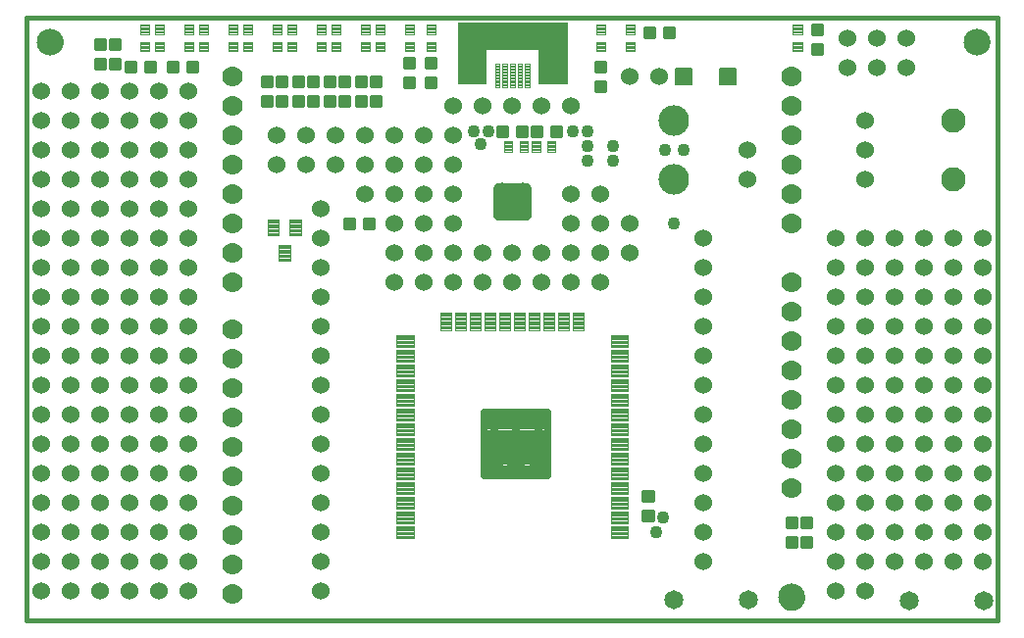
<source format=gts>
G75*
%MOMM*%
%OFA0B0*%
%FSLAX33Y33*%
%IPPOS*%
%LPD*%
%AMOC8*
5,1,8,0,0,1.08239X$1,22.5*
%
%ADD10C,0.406*%
%ADD11C,0.000*%
%ADD12C,2.302*%
%ADD13C,0.254*%
%ADD14C,0.120*%
%ADD15C,0.330*%
%ADD16C,1.524*%
%ADD17C,0.117*%
%ADD18C,0.110*%
%ADD19C,0.610*%
%ADD20C,0.125*%
%ADD21C,0.010*%
%ADD22C,1.778*%
%ADD23C,2.102*%
%ADD24C,2.642*%
%ADD25C,0.150*%
%ADD26C,1.642*%
%ADD27C,1.102*%
%ADD28C,1.502*%
D10*
X00000Y00000D02*
X00000Y52060D01*
X83820Y52070D01*
X83820Y00000D01*
X00000Y00000D01*
D11*
X00900Y50000D02*
X00902Y50066D01*
X00908Y50131D01*
X00918Y50196D01*
X00931Y50261D01*
X00949Y50324D01*
X00970Y50387D01*
X00995Y50447D01*
X01024Y50507D01*
X01056Y50564D01*
X01091Y50620D01*
X01130Y50673D01*
X01172Y50724D01*
X01216Y50772D01*
X01264Y50817D01*
X01314Y50860D01*
X01367Y50899D01*
X01422Y50936D01*
X01479Y50969D01*
X01538Y50998D01*
X01598Y51024D01*
X01660Y51046D01*
X01723Y51065D01*
X01787Y51079D01*
X01852Y51090D01*
X01918Y51097D01*
X01984Y51100D01*
X02049Y51099D01*
X02115Y51094D01*
X02180Y51085D01*
X02245Y51072D01*
X02308Y51056D01*
X02371Y51036D01*
X02432Y51011D01*
X02492Y50984D01*
X02550Y50953D01*
X02606Y50918D01*
X02660Y50880D01*
X02711Y50839D01*
X02760Y50795D01*
X02806Y50748D01*
X02850Y50699D01*
X02890Y50647D01*
X02927Y50592D01*
X02961Y50536D01*
X02991Y50477D01*
X03018Y50417D01*
X03041Y50356D01*
X03060Y50293D01*
X03076Y50229D01*
X03088Y50164D01*
X03096Y50099D01*
X03100Y50033D01*
X03100Y49967D01*
X03096Y49901D01*
X03088Y49836D01*
X03076Y49771D01*
X03060Y49707D01*
X03041Y49644D01*
X03018Y49583D01*
X02991Y49523D01*
X02961Y49464D01*
X02927Y49408D01*
X02890Y49353D01*
X02850Y49301D01*
X02806Y49252D01*
X02760Y49205D01*
X02711Y49161D01*
X02660Y49120D01*
X02606Y49082D01*
X02550Y49047D01*
X02492Y49016D01*
X02432Y48989D01*
X02371Y48964D01*
X02308Y48944D01*
X02245Y48928D01*
X02180Y48915D01*
X02115Y48906D01*
X02049Y48901D01*
X01984Y48900D01*
X01918Y48903D01*
X01852Y48910D01*
X01787Y48921D01*
X01723Y48935D01*
X01660Y48954D01*
X01598Y48976D01*
X01538Y49002D01*
X01479Y49031D01*
X01422Y49064D01*
X01367Y49101D01*
X01314Y49140D01*
X01264Y49183D01*
X01216Y49228D01*
X01172Y49276D01*
X01130Y49327D01*
X01091Y49380D01*
X01056Y49436D01*
X01024Y49493D01*
X00995Y49553D01*
X00970Y49613D01*
X00949Y49676D01*
X00931Y49739D01*
X00918Y49804D01*
X00908Y49869D01*
X00902Y49934D01*
X00900Y50000D01*
X64900Y02000D02*
X64902Y02066D01*
X64908Y02131D01*
X64918Y02196D01*
X64931Y02261D01*
X64949Y02324D01*
X64970Y02387D01*
X64995Y02447D01*
X65024Y02507D01*
X65056Y02564D01*
X65091Y02620D01*
X65130Y02673D01*
X65172Y02724D01*
X65216Y02772D01*
X65264Y02817D01*
X65314Y02860D01*
X65367Y02899D01*
X65422Y02936D01*
X65479Y02969D01*
X65538Y02998D01*
X65598Y03024D01*
X65660Y03046D01*
X65723Y03065D01*
X65787Y03079D01*
X65852Y03090D01*
X65918Y03097D01*
X65984Y03100D01*
X66049Y03099D01*
X66115Y03094D01*
X66180Y03085D01*
X66245Y03072D01*
X66308Y03056D01*
X66371Y03036D01*
X66432Y03011D01*
X66492Y02984D01*
X66550Y02953D01*
X66606Y02918D01*
X66660Y02880D01*
X66711Y02839D01*
X66760Y02795D01*
X66806Y02748D01*
X66850Y02699D01*
X66890Y02647D01*
X66927Y02592D01*
X66961Y02536D01*
X66991Y02477D01*
X67018Y02417D01*
X67041Y02356D01*
X67060Y02293D01*
X67076Y02229D01*
X67088Y02164D01*
X67096Y02099D01*
X67100Y02033D01*
X67100Y01967D01*
X67096Y01901D01*
X67088Y01836D01*
X67076Y01771D01*
X67060Y01707D01*
X67041Y01644D01*
X67018Y01583D01*
X66991Y01523D01*
X66961Y01464D01*
X66927Y01408D01*
X66890Y01353D01*
X66850Y01301D01*
X66806Y01252D01*
X66760Y01205D01*
X66711Y01161D01*
X66660Y01120D01*
X66606Y01082D01*
X66550Y01047D01*
X66492Y01016D01*
X66432Y00989D01*
X66371Y00964D01*
X66308Y00944D01*
X66245Y00928D01*
X66180Y00915D01*
X66115Y00906D01*
X66049Y00901D01*
X65984Y00900D01*
X65918Y00903D01*
X65852Y00910D01*
X65787Y00921D01*
X65723Y00935D01*
X65660Y00954D01*
X65598Y00976D01*
X65538Y01002D01*
X65479Y01031D01*
X65422Y01064D01*
X65367Y01101D01*
X65314Y01140D01*
X65264Y01183D01*
X65216Y01228D01*
X65172Y01276D01*
X65130Y01327D01*
X65091Y01380D01*
X65056Y01436D01*
X65024Y01493D01*
X64995Y01553D01*
X64970Y01613D01*
X64949Y01676D01*
X64931Y01739D01*
X64918Y01804D01*
X64908Y01869D01*
X64902Y01934D01*
X64900Y02000D01*
X80900Y50000D02*
X80902Y50066D01*
X80908Y50131D01*
X80918Y50196D01*
X80931Y50261D01*
X80949Y50324D01*
X80970Y50387D01*
X80995Y50447D01*
X81024Y50507D01*
X81056Y50564D01*
X81091Y50620D01*
X81130Y50673D01*
X81172Y50724D01*
X81216Y50772D01*
X81264Y50817D01*
X81314Y50860D01*
X81367Y50899D01*
X81422Y50936D01*
X81479Y50969D01*
X81538Y50998D01*
X81598Y51024D01*
X81660Y51046D01*
X81723Y51065D01*
X81787Y51079D01*
X81852Y51090D01*
X81918Y51097D01*
X81984Y51100D01*
X82049Y51099D01*
X82115Y51094D01*
X82180Y51085D01*
X82245Y51072D01*
X82308Y51056D01*
X82371Y51036D01*
X82432Y51011D01*
X82492Y50984D01*
X82550Y50953D01*
X82606Y50918D01*
X82660Y50880D01*
X82711Y50839D01*
X82760Y50795D01*
X82806Y50748D01*
X82850Y50699D01*
X82890Y50647D01*
X82927Y50592D01*
X82961Y50536D01*
X82991Y50477D01*
X83018Y50417D01*
X83041Y50356D01*
X83060Y50293D01*
X83076Y50229D01*
X83088Y50164D01*
X83096Y50099D01*
X83100Y50033D01*
X83100Y49967D01*
X83096Y49901D01*
X83088Y49836D01*
X83076Y49771D01*
X83060Y49707D01*
X83041Y49644D01*
X83018Y49583D01*
X82991Y49523D01*
X82961Y49464D01*
X82927Y49408D01*
X82890Y49353D01*
X82850Y49301D01*
X82806Y49252D01*
X82760Y49205D01*
X82711Y49161D01*
X82660Y49120D01*
X82606Y49082D01*
X82550Y49047D01*
X82492Y49016D01*
X82432Y48989D01*
X82371Y48964D01*
X82308Y48944D01*
X82245Y48928D01*
X82180Y48915D01*
X82115Y48906D01*
X82049Y48901D01*
X81984Y48900D01*
X81918Y48903D01*
X81852Y48910D01*
X81787Y48921D01*
X81723Y48935D01*
X81660Y48954D01*
X81598Y48976D01*
X81538Y49002D01*
X81479Y49031D01*
X81422Y49064D01*
X81367Y49101D01*
X81314Y49140D01*
X81264Y49183D01*
X81216Y49228D01*
X81172Y49276D01*
X81130Y49327D01*
X81091Y49380D01*
X81056Y49436D01*
X81024Y49493D01*
X80995Y49553D01*
X80970Y49613D01*
X80949Y49676D01*
X80931Y49739D01*
X80918Y49804D01*
X80908Y49869D01*
X80902Y49934D01*
X80900Y50000D01*
D12*
X82000Y50000D03*
X66000Y02000D03*
X02000Y50000D03*
D13*
X40402Y37465D02*
X40402Y34925D01*
X40640Y34687D01*
X43180Y34687D01*
X43418Y34925D01*
X43418Y37465D01*
X43180Y37703D01*
X40640Y37703D01*
X40402Y37465D01*
X40402Y37370D02*
X43418Y37370D01*
X43418Y37118D02*
X40402Y37118D01*
X40402Y36865D02*
X43418Y36865D01*
X43418Y36613D02*
X40402Y36613D01*
X40402Y36360D02*
X43418Y36360D01*
X43418Y36108D02*
X40402Y36108D01*
X40402Y35855D02*
X43418Y35855D01*
X43418Y35603D02*
X40402Y35603D01*
X40402Y35350D02*
X43418Y35350D01*
X43418Y35098D02*
X40402Y35098D01*
X40482Y34845D02*
X43338Y34845D01*
X43261Y37623D02*
X40559Y37623D01*
D14*
X41237Y41399D02*
X41919Y41399D01*
X41919Y40517D01*
X41237Y40517D01*
X41237Y41399D01*
X41237Y40636D02*
X41919Y40636D01*
X41919Y40755D02*
X41237Y40755D01*
X41237Y40874D02*
X41919Y40874D01*
X41919Y40993D02*
X41237Y40993D01*
X41237Y41112D02*
X41919Y41112D01*
X41919Y41231D02*
X41237Y41231D01*
X41237Y41350D02*
X41919Y41350D01*
X42537Y41399D02*
X43219Y41399D01*
X43219Y40517D01*
X42537Y40517D01*
X42537Y41399D01*
X42537Y40636D02*
X43219Y40636D01*
X43219Y40755D02*
X42537Y40755D01*
X42537Y40874D02*
X43219Y40874D01*
X43219Y40993D02*
X42537Y40993D01*
X42537Y41112D02*
X43219Y41112D01*
X43219Y41231D02*
X42537Y41231D01*
X42537Y41350D02*
X43219Y41350D01*
X43618Y40517D02*
X44300Y40517D01*
X43618Y40517D02*
X43618Y41399D01*
X44300Y41399D01*
X44300Y40517D01*
X44300Y40636D02*
X43618Y40636D01*
X43618Y40755D02*
X44300Y40755D01*
X44300Y40874D02*
X43618Y40874D01*
X43618Y40993D02*
X44300Y40993D01*
X44300Y41112D02*
X43618Y41112D01*
X43618Y41231D02*
X44300Y41231D01*
X44300Y41350D02*
X43618Y41350D01*
X44918Y40517D02*
X45600Y40517D01*
X44918Y40517D02*
X44918Y41399D01*
X45600Y41399D01*
X45600Y40517D01*
X45600Y40636D02*
X44918Y40636D01*
X44918Y40755D02*
X45600Y40755D01*
X45600Y40874D02*
X44918Y40874D01*
X44918Y40993D02*
X45600Y40993D01*
X45600Y41112D02*
X44918Y41112D01*
X44918Y41231D02*
X45600Y41231D01*
X45600Y41350D02*
X44918Y41350D01*
D15*
X44462Y41842D02*
X43690Y41842D01*
X43690Y42614D01*
X44462Y42614D01*
X44462Y41842D01*
X44462Y42171D02*
X43690Y42171D01*
X43690Y42500D02*
X44462Y42500D01*
X45390Y41842D02*
X46162Y41842D01*
X45390Y41842D02*
X45390Y42614D01*
X46162Y42614D01*
X46162Y41842D01*
X46162Y42171D02*
X45390Y42171D01*
X45390Y42500D02*
X46162Y42500D01*
X43146Y42614D02*
X42374Y42614D01*
X43146Y42614D02*
X43146Y41842D01*
X42374Y41842D01*
X42374Y42614D01*
X42374Y42171D02*
X43146Y42171D01*
X43146Y42500D02*
X42374Y42500D01*
X41446Y42614D02*
X40674Y42614D01*
X41446Y42614D02*
X41446Y41842D01*
X40674Y41842D01*
X40674Y42614D01*
X40674Y42171D02*
X41446Y42171D01*
X41446Y42500D02*
X40674Y42500D01*
X34539Y46071D02*
X34539Y46843D01*
X35311Y46843D01*
X35311Y46071D01*
X34539Y46071D01*
X34539Y46400D02*
X35311Y46400D01*
X35311Y46729D02*
X34539Y46729D01*
X34539Y47771D02*
X34539Y48543D01*
X35311Y48543D01*
X35311Y47771D01*
X34539Y47771D01*
X34539Y48100D02*
X35311Y48100D01*
X35311Y48429D02*
X34539Y48429D01*
X32634Y48543D02*
X32634Y47771D01*
X32634Y48543D02*
X33406Y48543D01*
X33406Y47771D01*
X32634Y47771D01*
X32634Y48100D02*
X33406Y48100D01*
X33406Y48429D02*
X32634Y48429D01*
X32634Y46843D02*
X32634Y46071D01*
X32634Y46843D02*
X33406Y46843D01*
X33406Y46071D01*
X32634Y46071D01*
X32634Y46400D02*
X33406Y46400D01*
X33406Y46729D02*
X32634Y46729D01*
X30548Y46956D02*
X30548Y46184D01*
X29776Y46184D01*
X29776Y46956D01*
X30548Y46956D01*
X30548Y46513D02*
X29776Y46513D01*
X29776Y46842D02*
X30548Y46842D01*
X29278Y46956D02*
X29278Y46184D01*
X28506Y46184D01*
X28506Y46956D01*
X29278Y46956D01*
X29278Y46513D02*
X28506Y46513D01*
X28506Y46842D02*
X29278Y46842D01*
X27850Y46956D02*
X27850Y46184D01*
X27078Y46184D01*
X27078Y46956D01*
X27850Y46956D01*
X27850Y46513D02*
X27078Y46513D01*
X27078Y46842D02*
X27850Y46842D01*
X26580Y46956D02*
X26580Y46184D01*
X25808Y46184D01*
X25808Y46956D01*
X26580Y46956D01*
X26580Y46513D02*
X25808Y46513D01*
X25808Y46842D02*
X26580Y46842D01*
X25151Y46956D02*
X25151Y46184D01*
X24379Y46184D01*
X24379Y46956D01*
X25151Y46956D01*
X25151Y46513D02*
X24379Y46513D01*
X24379Y46842D02*
X25151Y46842D01*
X23881Y46956D02*
X23881Y46184D01*
X23109Y46184D01*
X23109Y46956D01*
X23881Y46956D01*
X23881Y46513D02*
X23109Y46513D01*
X23109Y46842D02*
X23881Y46842D01*
X22452Y46956D02*
X22452Y46184D01*
X21680Y46184D01*
X21680Y46956D01*
X22452Y46956D01*
X22452Y46513D02*
X21680Y46513D01*
X21680Y46842D02*
X22452Y46842D01*
X21182Y46956D02*
X21182Y46184D01*
X20410Y46184D01*
X20410Y46956D01*
X21182Y46956D01*
X21182Y46513D02*
X20410Y46513D01*
X20410Y46842D02*
X21182Y46842D01*
X21182Y45256D02*
X21182Y44484D01*
X20410Y44484D01*
X20410Y45256D01*
X21182Y45256D01*
X21182Y44813D02*
X20410Y44813D01*
X20410Y45142D02*
X21182Y45142D01*
X22452Y45256D02*
X22452Y44484D01*
X21680Y44484D01*
X21680Y45256D01*
X22452Y45256D01*
X22452Y44813D02*
X21680Y44813D01*
X21680Y45142D02*
X22452Y45142D01*
X23881Y45256D02*
X23881Y44484D01*
X23109Y44484D01*
X23109Y45256D01*
X23881Y45256D01*
X23881Y44813D02*
X23109Y44813D01*
X23109Y45142D02*
X23881Y45142D01*
X25151Y45256D02*
X25151Y44484D01*
X24379Y44484D01*
X24379Y45256D01*
X25151Y45256D01*
X25151Y44813D02*
X24379Y44813D01*
X24379Y45142D02*
X25151Y45142D01*
X26580Y45256D02*
X26580Y44484D01*
X25808Y44484D01*
X25808Y45256D01*
X26580Y45256D01*
X26580Y44813D02*
X25808Y44813D01*
X25808Y45142D02*
X26580Y45142D01*
X27850Y45256D02*
X27850Y44484D01*
X27078Y44484D01*
X27078Y45256D01*
X27850Y45256D01*
X27850Y44813D02*
X27078Y44813D01*
X27078Y45142D02*
X27850Y45142D01*
X29278Y45256D02*
X29278Y44484D01*
X28506Y44484D01*
X28506Y45256D01*
X29278Y45256D01*
X29278Y44813D02*
X28506Y44813D01*
X28506Y45142D02*
X29278Y45142D01*
X30548Y45256D02*
X30548Y44484D01*
X29776Y44484D01*
X29776Y45256D01*
X30548Y45256D01*
X30548Y44813D02*
X29776Y44813D01*
X29776Y45142D02*
X30548Y45142D01*
X29970Y34676D02*
X29198Y34676D01*
X29970Y34676D02*
X29970Y33904D01*
X29198Y33904D01*
X29198Y34676D01*
X29198Y34233D02*
X29970Y34233D01*
X29970Y34562D02*
X29198Y34562D01*
X28270Y34676D02*
X27498Y34676D01*
X28270Y34676D02*
X28270Y33904D01*
X27498Y33904D01*
X27498Y34676D01*
X27498Y34233D02*
X28270Y34233D01*
X28270Y34562D02*
X27498Y34562D01*
X14730Y47398D02*
X13958Y47398D01*
X13958Y48170D01*
X14730Y48170D01*
X14730Y47398D01*
X14730Y47727D02*
X13958Y47727D01*
X13958Y48056D02*
X14730Y48056D01*
X13030Y47398D02*
X12258Y47398D01*
X12258Y48170D01*
X13030Y48170D01*
X13030Y47398D01*
X13030Y47727D02*
X12258Y47727D01*
X12258Y48056D02*
X13030Y48056D01*
X11079Y47398D02*
X10307Y47398D01*
X10307Y48170D01*
X11079Y48170D01*
X11079Y47398D01*
X11079Y47727D02*
X10307Y47727D01*
X10307Y48056D02*
X11079Y48056D01*
X09379Y47398D02*
X08607Y47398D01*
X08607Y48170D01*
X09379Y48170D01*
X09379Y47398D01*
X09379Y47727D02*
X08607Y47727D01*
X08607Y48056D02*
X09379Y48056D01*
X08006Y48431D02*
X08006Y47659D01*
X07234Y47659D01*
X07234Y48431D01*
X08006Y48431D01*
X08006Y47988D02*
X07234Y47988D01*
X07234Y48317D02*
X08006Y48317D01*
X08006Y49359D02*
X08006Y50131D01*
X08006Y49359D02*
X07234Y49359D01*
X07234Y50131D01*
X08006Y50131D01*
X08006Y49688D02*
X07234Y49688D01*
X07234Y50017D02*
X08006Y50017D01*
X06736Y50131D02*
X06736Y49359D01*
X05964Y49359D01*
X05964Y50131D01*
X06736Y50131D01*
X06736Y49688D02*
X05964Y49688D01*
X05964Y50017D02*
X06736Y50017D01*
X06736Y48431D02*
X06736Y47659D01*
X05964Y47659D01*
X05964Y48431D01*
X06736Y48431D01*
X06736Y47988D02*
X05964Y47988D01*
X05964Y48317D02*
X06736Y48317D01*
X49916Y48226D02*
X49916Y47454D01*
X49144Y47454D01*
X49144Y48226D01*
X49916Y48226D01*
X49916Y47783D02*
X49144Y47783D01*
X49144Y48112D02*
X49916Y48112D01*
X49916Y46526D02*
X49916Y45754D01*
X49144Y45754D01*
X49144Y46526D01*
X49916Y46526D01*
X49916Y46083D02*
X49144Y46083D01*
X49144Y46412D02*
X49916Y46412D01*
X53374Y51186D02*
X54146Y51186D01*
X54146Y50414D01*
X53374Y50414D01*
X53374Y51186D01*
X53374Y50743D02*
X54146Y50743D01*
X54146Y51072D02*
X53374Y51072D01*
X55074Y51186D02*
X55846Y51186D01*
X55846Y50414D01*
X55074Y50414D01*
X55074Y51186D01*
X55074Y50743D02*
X55846Y50743D01*
X55846Y51072D02*
X55074Y51072D01*
X68649Y51401D02*
X68649Y50629D01*
X67877Y50629D01*
X67877Y51401D01*
X68649Y51401D01*
X68649Y50958D02*
X67877Y50958D01*
X67877Y51287D02*
X68649Y51287D01*
X68649Y49701D02*
X68649Y48929D01*
X67877Y48929D01*
X67877Y49701D01*
X68649Y49701D01*
X68649Y49258D02*
X67877Y49258D01*
X67877Y49587D02*
X68649Y49587D01*
X53266Y11084D02*
X53266Y10312D01*
X53266Y11084D02*
X54038Y11084D01*
X54038Y10312D01*
X53266Y10312D01*
X53266Y10641D02*
X54038Y10641D01*
X54038Y10970D02*
X53266Y10970D01*
X53266Y09384D02*
X53266Y08612D01*
X53266Y09384D02*
X54038Y09384D01*
X54038Y08612D01*
X53266Y08612D01*
X53266Y08941D02*
X54038Y08941D01*
X54038Y09270D02*
X53266Y09270D01*
X66426Y08856D02*
X66426Y08084D01*
X65654Y08084D01*
X65654Y08856D01*
X66426Y08856D01*
X66426Y08413D02*
X65654Y08413D01*
X65654Y08742D02*
X66426Y08742D01*
X67696Y08856D02*
X67696Y08084D01*
X66924Y08084D01*
X66924Y08856D01*
X67696Y08856D01*
X67696Y08413D02*
X66924Y08413D01*
X66924Y08742D02*
X67696Y08742D01*
X67696Y07156D02*
X67696Y06384D01*
X66924Y06384D01*
X66924Y07156D01*
X67696Y07156D01*
X67696Y06713D02*
X66924Y06713D01*
X66924Y07042D02*
X67696Y07042D01*
X66426Y07156D02*
X66426Y06384D01*
X65654Y06384D01*
X65654Y07156D01*
X66426Y07156D01*
X66426Y06713D02*
X65654Y06713D01*
X65654Y07042D02*
X66426Y07042D01*
D16*
X69850Y07620D03*
X69850Y05080D03*
X69850Y02540D03*
X72390Y02540D03*
X72390Y05080D03*
X72390Y07620D03*
X74930Y07620D03*
X74930Y05080D03*
X77470Y05080D03*
X77470Y07620D03*
X77470Y10160D03*
X77470Y12700D03*
X74930Y12700D03*
X74930Y10160D03*
X72390Y10160D03*
X72390Y12700D03*
X72390Y15240D03*
X72390Y17780D03*
X74930Y17780D03*
X74930Y15240D03*
X77470Y15240D03*
X77470Y17780D03*
X77470Y20320D03*
X77470Y22860D03*
X74930Y22860D03*
X74930Y20320D03*
X72390Y20320D03*
X72390Y22860D03*
X72390Y25400D03*
X72390Y27940D03*
X74930Y27940D03*
X74930Y25400D03*
X77470Y25400D03*
X77470Y27940D03*
X77470Y30480D03*
X77470Y33020D03*
X74930Y33020D03*
X74930Y30480D03*
X72390Y30480D03*
X72390Y33020D03*
X69850Y33020D03*
X69850Y30480D03*
X69850Y27940D03*
X69850Y25400D03*
X69850Y22860D03*
X69850Y20320D03*
X69850Y17780D03*
X69850Y15240D03*
X69850Y12700D03*
X69850Y10160D03*
X80010Y10160D03*
X80010Y12700D03*
X82550Y12700D03*
X82550Y10160D03*
X82550Y07620D03*
X82550Y05080D03*
X80010Y05080D03*
X80010Y07620D03*
X80010Y15240D03*
X80010Y17780D03*
X82550Y17780D03*
X82550Y15240D03*
X82550Y20320D03*
X82550Y22860D03*
X80010Y22860D03*
X80010Y20320D03*
X80010Y25400D03*
X80010Y27940D03*
X82550Y27940D03*
X82550Y25400D03*
X82550Y30480D03*
X82550Y33020D03*
X80010Y33020D03*
X80010Y30480D03*
X72390Y38100D03*
X72390Y40640D03*
X72390Y43180D03*
X73343Y47784D03*
X75883Y47784D03*
X75883Y50324D03*
X73343Y50324D03*
X70803Y50324D03*
X70803Y47784D03*
X62230Y40640D03*
X62230Y38100D03*
X58420Y33020D03*
X58420Y30480D03*
X58420Y27940D03*
X58420Y25400D03*
X58420Y22860D03*
X58420Y20320D03*
X58420Y17780D03*
X58420Y15240D03*
X58420Y12700D03*
X58420Y10160D03*
X58420Y07620D03*
X58420Y05080D03*
X49530Y29210D03*
X46990Y29210D03*
X44450Y29210D03*
X44450Y31750D03*
X46990Y31750D03*
X46990Y34290D03*
X49530Y34290D03*
X49530Y31750D03*
X52070Y31750D03*
X52070Y34290D03*
X49530Y36830D03*
X46990Y36830D03*
X41910Y31750D03*
X39370Y31750D03*
X36830Y31750D03*
X36830Y34290D03*
X36830Y36830D03*
X36830Y39370D03*
X36830Y41910D03*
X36830Y44450D03*
X39370Y44450D03*
X41910Y44450D03*
X44450Y44450D03*
X46990Y44450D03*
X52070Y46990D03*
X54610Y46990D03*
X41910Y29210D03*
X39370Y29210D03*
X36830Y29210D03*
X34290Y29210D03*
X31750Y29210D03*
X31750Y31750D03*
X31750Y34290D03*
X34290Y34290D03*
X34290Y31750D03*
X34290Y36830D03*
X34290Y39370D03*
X31750Y39370D03*
X31750Y36830D03*
X29210Y36830D03*
X29210Y39370D03*
X29210Y41910D03*
X31750Y41910D03*
X34290Y41910D03*
X26670Y41910D03*
X24130Y41910D03*
X24130Y39370D03*
X26670Y39370D03*
X25400Y35560D03*
X25400Y33020D03*
X25400Y30480D03*
X25400Y27940D03*
X25400Y25400D03*
X25400Y22860D03*
X25400Y20320D03*
X25400Y17780D03*
X25400Y15240D03*
X25400Y12700D03*
X25400Y10160D03*
X25400Y07620D03*
X25400Y05080D03*
X25400Y02540D03*
X13970Y02540D03*
X11430Y02540D03*
X08890Y02540D03*
X08890Y05080D03*
X08890Y07620D03*
X11430Y07620D03*
X11430Y05080D03*
X13970Y05080D03*
X13970Y07620D03*
X13970Y10160D03*
X13970Y12700D03*
X11430Y12700D03*
X11430Y10160D03*
X08890Y10160D03*
X08890Y12700D03*
X08890Y15240D03*
X08890Y17780D03*
X11430Y17780D03*
X11430Y15240D03*
X13970Y15240D03*
X13970Y17780D03*
X13970Y20320D03*
X13970Y22860D03*
X11430Y22860D03*
X11430Y20320D03*
X08890Y20320D03*
X08890Y22860D03*
X08890Y25400D03*
X08890Y27940D03*
X11430Y27940D03*
X11430Y25400D03*
X13970Y25400D03*
X13970Y27940D03*
X13970Y30480D03*
X13970Y33020D03*
X11430Y33020D03*
X11430Y30480D03*
X08890Y30480D03*
X08890Y33020D03*
X08890Y35560D03*
X08890Y38100D03*
X11430Y38100D03*
X11430Y35560D03*
X13970Y35560D03*
X13970Y38100D03*
X13970Y40640D03*
X13970Y43180D03*
X11430Y43180D03*
X11430Y40640D03*
X08890Y40640D03*
X08890Y43180D03*
X08890Y45720D03*
X11430Y45720D03*
X13970Y45720D03*
X06350Y45720D03*
X03810Y45720D03*
X01270Y45720D03*
X01270Y43180D03*
X01270Y40640D03*
X03810Y40640D03*
X03810Y43180D03*
X06350Y43180D03*
X06350Y40640D03*
X06350Y38100D03*
X06350Y35560D03*
X03810Y35560D03*
X03810Y38100D03*
X01270Y38100D03*
X01270Y35560D03*
X01270Y33020D03*
X01270Y30480D03*
X03810Y30480D03*
X03810Y33020D03*
X06350Y33020D03*
X06350Y30480D03*
X06350Y27940D03*
X06350Y25400D03*
X03810Y25400D03*
X03810Y27940D03*
X01270Y27940D03*
X01270Y25400D03*
X01270Y22860D03*
X01270Y20320D03*
X03810Y20320D03*
X03810Y22860D03*
X06350Y22860D03*
X06350Y20320D03*
X06350Y17780D03*
X06350Y15240D03*
X03810Y15240D03*
X03810Y17780D03*
X01270Y17780D03*
X01270Y15240D03*
X01270Y12700D03*
X01270Y10160D03*
X03810Y10160D03*
X03810Y12700D03*
X06350Y12700D03*
X06350Y10160D03*
X06350Y07620D03*
X06350Y05080D03*
X03810Y05080D03*
X03810Y07620D03*
X01270Y07620D03*
X01270Y05080D03*
X01270Y02540D03*
X03810Y02540D03*
X06350Y02540D03*
X21590Y39370D03*
X21590Y41910D03*
D17*
X21983Y49181D02*
X21197Y49181D01*
X21197Y49967D01*
X21983Y49967D01*
X21983Y49181D01*
X21983Y49297D02*
X21197Y49297D01*
X21197Y49413D02*
X21983Y49413D01*
X21983Y49529D02*
X21197Y49529D01*
X21197Y49645D02*
X21983Y49645D01*
X21983Y49761D02*
X21197Y49761D01*
X21197Y49877D02*
X21983Y49877D01*
X22467Y49967D02*
X23253Y49967D01*
X23253Y49181D01*
X22467Y49181D01*
X22467Y49967D01*
X22467Y49297D02*
X23253Y49297D01*
X23253Y49413D02*
X22467Y49413D01*
X22467Y49529D02*
X23253Y49529D01*
X23253Y49645D02*
X22467Y49645D01*
X22467Y49761D02*
X23253Y49761D01*
X23253Y49877D02*
X22467Y49877D01*
X22467Y51467D02*
X23253Y51467D01*
X23253Y50681D01*
X22467Y50681D01*
X22467Y51467D01*
X22467Y50797D02*
X23253Y50797D01*
X23253Y50913D02*
X22467Y50913D01*
X22467Y51029D02*
X23253Y51029D01*
X23253Y51145D02*
X22467Y51145D01*
X22467Y51261D02*
X23253Y51261D01*
X23253Y51377D02*
X22467Y51377D01*
X21983Y50681D02*
X21197Y50681D01*
X21197Y51467D01*
X21983Y51467D01*
X21983Y50681D01*
X21983Y50797D02*
X21197Y50797D01*
X21197Y50913D02*
X21983Y50913D01*
X21983Y51029D02*
X21197Y51029D01*
X21197Y51145D02*
X21983Y51145D01*
X21983Y51261D02*
X21197Y51261D01*
X21197Y51377D02*
X21983Y51377D01*
X19443Y51467D02*
X18657Y51467D01*
X19443Y51467D02*
X19443Y50681D01*
X18657Y50681D01*
X18657Y51467D01*
X18657Y50797D02*
X19443Y50797D01*
X19443Y50913D02*
X18657Y50913D01*
X18657Y51029D02*
X19443Y51029D01*
X19443Y51145D02*
X18657Y51145D01*
X18657Y51261D02*
X19443Y51261D01*
X19443Y51377D02*
X18657Y51377D01*
X18173Y50681D02*
X17387Y50681D01*
X17387Y51467D01*
X18173Y51467D01*
X18173Y50681D01*
X18173Y50797D02*
X17387Y50797D01*
X17387Y50913D02*
X18173Y50913D01*
X18173Y51029D02*
X17387Y51029D01*
X17387Y51145D02*
X18173Y51145D01*
X18173Y51261D02*
X17387Y51261D01*
X17387Y51377D02*
X18173Y51377D01*
X18173Y49181D02*
X17387Y49181D01*
X17387Y49967D01*
X18173Y49967D01*
X18173Y49181D01*
X18173Y49297D02*
X17387Y49297D01*
X17387Y49413D02*
X18173Y49413D01*
X18173Y49529D02*
X17387Y49529D01*
X17387Y49645D02*
X18173Y49645D01*
X18173Y49761D02*
X17387Y49761D01*
X17387Y49877D02*
X18173Y49877D01*
X18657Y49967D02*
X19443Y49967D01*
X19443Y49181D01*
X18657Y49181D01*
X18657Y49967D01*
X18657Y49297D02*
X19443Y49297D01*
X19443Y49413D02*
X18657Y49413D01*
X18657Y49529D02*
X19443Y49529D01*
X19443Y49645D02*
X18657Y49645D01*
X18657Y49761D02*
X19443Y49761D01*
X19443Y49877D02*
X18657Y49877D01*
X15633Y49967D02*
X14847Y49967D01*
X15633Y49967D02*
X15633Y49181D01*
X14847Y49181D01*
X14847Y49967D01*
X14847Y49297D02*
X15633Y49297D01*
X15633Y49413D02*
X14847Y49413D01*
X14847Y49529D02*
X15633Y49529D01*
X15633Y49645D02*
X14847Y49645D01*
X14847Y49761D02*
X15633Y49761D01*
X15633Y49877D02*
X14847Y49877D01*
X14363Y49181D02*
X13577Y49181D01*
X13577Y49967D01*
X14363Y49967D01*
X14363Y49181D01*
X14363Y49297D02*
X13577Y49297D01*
X13577Y49413D02*
X14363Y49413D01*
X14363Y49529D02*
X13577Y49529D01*
X13577Y49645D02*
X14363Y49645D01*
X14363Y49761D02*
X13577Y49761D01*
X13577Y49877D02*
X14363Y49877D01*
X14363Y50681D02*
X13577Y50681D01*
X13577Y51467D01*
X14363Y51467D01*
X14363Y50681D01*
X14363Y50797D02*
X13577Y50797D01*
X13577Y50913D02*
X14363Y50913D01*
X14363Y51029D02*
X13577Y51029D01*
X13577Y51145D02*
X14363Y51145D01*
X14363Y51261D02*
X13577Y51261D01*
X13577Y51377D02*
X14363Y51377D01*
X14847Y51467D02*
X15633Y51467D01*
X15633Y50681D01*
X14847Y50681D01*
X14847Y51467D01*
X14847Y50797D02*
X15633Y50797D01*
X15633Y50913D02*
X14847Y50913D01*
X14847Y51029D02*
X15633Y51029D01*
X15633Y51145D02*
X14847Y51145D01*
X14847Y51261D02*
X15633Y51261D01*
X15633Y51377D02*
X14847Y51377D01*
X11823Y51467D02*
X11037Y51467D01*
X11823Y51467D02*
X11823Y50681D01*
X11037Y50681D01*
X11037Y51467D01*
X11037Y50797D02*
X11823Y50797D01*
X11823Y50913D02*
X11037Y50913D01*
X11037Y51029D02*
X11823Y51029D01*
X11823Y51145D02*
X11037Y51145D01*
X11037Y51261D02*
X11823Y51261D01*
X11823Y51377D02*
X11037Y51377D01*
X10553Y50681D02*
X09767Y50681D01*
X09767Y51467D01*
X10553Y51467D01*
X10553Y50681D01*
X10553Y50797D02*
X09767Y50797D01*
X09767Y50913D02*
X10553Y50913D01*
X10553Y51029D02*
X09767Y51029D01*
X09767Y51145D02*
X10553Y51145D01*
X10553Y51261D02*
X09767Y51261D01*
X09767Y51377D02*
X10553Y51377D01*
X10553Y49181D02*
X09767Y49181D01*
X09767Y49967D01*
X10553Y49967D01*
X10553Y49181D01*
X10553Y49297D02*
X09767Y49297D01*
X09767Y49413D02*
X10553Y49413D01*
X10553Y49529D02*
X09767Y49529D01*
X09767Y49645D02*
X10553Y49645D01*
X10553Y49761D02*
X09767Y49761D01*
X09767Y49877D02*
X10553Y49877D01*
X11037Y49967D02*
X11823Y49967D01*
X11823Y49181D01*
X11037Y49181D01*
X11037Y49967D01*
X11037Y49297D02*
X11823Y49297D01*
X11823Y49413D02*
X11037Y49413D01*
X11037Y49529D02*
X11823Y49529D01*
X11823Y49645D02*
X11037Y49645D01*
X11037Y49761D02*
X11823Y49761D01*
X11823Y49877D02*
X11037Y49877D01*
X25007Y49181D02*
X25793Y49181D01*
X25007Y49181D02*
X25007Y49967D01*
X25793Y49967D01*
X25793Y49181D01*
X25793Y49297D02*
X25007Y49297D01*
X25007Y49413D02*
X25793Y49413D01*
X25793Y49529D02*
X25007Y49529D01*
X25007Y49645D02*
X25793Y49645D01*
X25793Y49761D02*
X25007Y49761D01*
X25007Y49877D02*
X25793Y49877D01*
X26277Y49967D02*
X27063Y49967D01*
X27063Y49181D01*
X26277Y49181D01*
X26277Y49967D01*
X26277Y49297D02*
X27063Y49297D01*
X27063Y49413D02*
X26277Y49413D01*
X26277Y49529D02*
X27063Y49529D01*
X27063Y49645D02*
X26277Y49645D01*
X26277Y49761D02*
X27063Y49761D01*
X27063Y49877D02*
X26277Y49877D01*
X26277Y51467D02*
X27063Y51467D01*
X27063Y50681D01*
X26277Y50681D01*
X26277Y51467D01*
X26277Y50797D02*
X27063Y50797D01*
X27063Y50913D02*
X26277Y50913D01*
X26277Y51029D02*
X27063Y51029D01*
X27063Y51145D02*
X26277Y51145D01*
X26277Y51261D02*
X27063Y51261D01*
X27063Y51377D02*
X26277Y51377D01*
X25793Y50681D02*
X25007Y50681D01*
X25007Y51467D01*
X25793Y51467D01*
X25793Y50681D01*
X25793Y50797D02*
X25007Y50797D01*
X25007Y50913D02*
X25793Y50913D01*
X25793Y51029D02*
X25007Y51029D01*
X25007Y51145D02*
X25793Y51145D01*
X25793Y51261D02*
X25007Y51261D01*
X25007Y51377D02*
X25793Y51377D01*
X28817Y50681D02*
X29603Y50681D01*
X28817Y50681D02*
X28817Y51467D01*
X29603Y51467D01*
X29603Y50681D01*
X29603Y50797D02*
X28817Y50797D01*
X28817Y50913D02*
X29603Y50913D01*
X29603Y51029D02*
X28817Y51029D01*
X28817Y51145D02*
X29603Y51145D01*
X29603Y51261D02*
X28817Y51261D01*
X28817Y51377D02*
X29603Y51377D01*
X30087Y51467D02*
X30873Y51467D01*
X30873Y50681D01*
X30087Y50681D01*
X30087Y51467D01*
X30087Y50797D02*
X30873Y50797D01*
X30873Y50913D02*
X30087Y50913D01*
X30087Y51029D02*
X30873Y51029D01*
X30873Y51145D02*
X30087Y51145D01*
X30087Y51261D02*
X30873Y51261D01*
X30873Y51377D02*
X30087Y51377D01*
X30087Y49967D02*
X30873Y49967D01*
X30873Y49181D01*
X30087Y49181D01*
X30087Y49967D01*
X30087Y49297D02*
X30873Y49297D01*
X30873Y49413D02*
X30087Y49413D01*
X30087Y49529D02*
X30873Y49529D01*
X30873Y49645D02*
X30087Y49645D01*
X30087Y49761D02*
X30873Y49761D01*
X30873Y49877D02*
X30087Y49877D01*
X29603Y49181D02*
X28817Y49181D01*
X28817Y49967D01*
X29603Y49967D01*
X29603Y49181D01*
X29603Y49297D02*
X28817Y49297D01*
X28817Y49413D02*
X29603Y49413D01*
X29603Y49529D02*
X28817Y49529D01*
X28817Y49645D02*
X29603Y49645D01*
X29603Y49761D02*
X28817Y49761D01*
X28817Y49877D02*
X29603Y49877D01*
X32627Y49967D02*
X33413Y49967D01*
X33413Y49181D01*
X32627Y49181D01*
X32627Y49967D01*
X32627Y49297D02*
X33413Y49297D01*
X33413Y49413D02*
X32627Y49413D01*
X32627Y49529D02*
X33413Y49529D01*
X33413Y49645D02*
X32627Y49645D01*
X32627Y49761D02*
X33413Y49761D01*
X33413Y49877D02*
X32627Y49877D01*
X32627Y51467D02*
X33413Y51467D01*
X33413Y50681D01*
X32627Y50681D01*
X32627Y51467D01*
X32627Y50797D02*
X33413Y50797D01*
X33413Y50913D02*
X32627Y50913D01*
X32627Y51029D02*
X33413Y51029D01*
X33413Y51145D02*
X32627Y51145D01*
X32627Y51261D02*
X33413Y51261D01*
X33413Y51377D02*
X32627Y51377D01*
X34532Y51467D02*
X35318Y51467D01*
X35318Y50681D01*
X34532Y50681D01*
X34532Y51467D01*
X34532Y50797D02*
X35318Y50797D01*
X35318Y50913D02*
X34532Y50913D01*
X34532Y51029D02*
X35318Y51029D01*
X35318Y51145D02*
X34532Y51145D01*
X34532Y51261D02*
X35318Y51261D01*
X35318Y51377D02*
X34532Y51377D01*
X34532Y49967D02*
X35318Y49967D01*
X35318Y49181D01*
X34532Y49181D01*
X34532Y49967D01*
X34532Y49297D02*
X35318Y49297D01*
X35318Y49413D02*
X34532Y49413D01*
X34532Y49529D02*
X35318Y49529D01*
X35318Y49645D02*
X34532Y49645D01*
X34532Y49761D02*
X35318Y49761D01*
X35318Y49877D02*
X34532Y49877D01*
X49137Y49967D02*
X49923Y49967D01*
X49923Y49181D01*
X49137Y49181D01*
X49137Y49967D01*
X49137Y49297D02*
X49923Y49297D01*
X49923Y49413D02*
X49137Y49413D01*
X49137Y49529D02*
X49923Y49529D01*
X49923Y49645D02*
X49137Y49645D01*
X49137Y49761D02*
X49923Y49761D01*
X49923Y49877D02*
X49137Y49877D01*
X49137Y51467D02*
X49923Y51467D01*
X49923Y50681D01*
X49137Y50681D01*
X49137Y51467D01*
X49137Y50797D02*
X49923Y50797D01*
X49923Y50913D02*
X49137Y50913D01*
X49137Y51029D02*
X49923Y51029D01*
X49923Y51145D02*
X49137Y51145D01*
X49137Y51261D02*
X49923Y51261D01*
X49923Y51377D02*
X49137Y51377D01*
X51677Y51467D02*
X52463Y51467D01*
X52463Y50681D01*
X51677Y50681D01*
X51677Y51467D01*
X51677Y50797D02*
X52463Y50797D01*
X52463Y50913D02*
X51677Y50913D01*
X51677Y51029D02*
X52463Y51029D01*
X52463Y51145D02*
X51677Y51145D01*
X51677Y51261D02*
X52463Y51261D01*
X52463Y51377D02*
X51677Y51377D01*
X51677Y49967D02*
X52463Y49967D01*
X52463Y49181D01*
X51677Y49181D01*
X51677Y49967D01*
X51677Y49297D02*
X52463Y49297D01*
X52463Y49413D02*
X51677Y49413D01*
X51677Y49529D02*
X52463Y49529D01*
X52463Y49645D02*
X51677Y49645D01*
X51677Y49761D02*
X52463Y49761D01*
X52463Y49877D02*
X51677Y49877D01*
X66123Y49181D02*
X66909Y49181D01*
X66123Y49181D02*
X66123Y49967D01*
X66909Y49967D01*
X66909Y49181D01*
X66909Y49297D02*
X66123Y49297D01*
X66123Y49413D02*
X66909Y49413D01*
X66909Y49529D02*
X66123Y49529D01*
X66123Y49645D02*
X66909Y49645D01*
X66909Y49761D02*
X66123Y49761D01*
X66123Y49877D02*
X66909Y49877D01*
X66909Y50681D02*
X66123Y50681D01*
X66123Y51467D01*
X66909Y51467D01*
X66909Y50681D01*
X66909Y50797D02*
X66123Y50797D01*
X66123Y50913D02*
X66909Y50913D01*
X66909Y51029D02*
X66123Y51029D01*
X66123Y51145D02*
X66909Y51145D01*
X66909Y51261D02*
X66123Y51261D01*
X66123Y51377D02*
X66909Y51377D01*
D18*
X47114Y26601D02*
X47114Y25109D01*
X47114Y26601D02*
X48106Y26601D01*
X48106Y25109D01*
X47114Y25109D01*
X47114Y25218D02*
X48106Y25218D01*
X48106Y25327D02*
X47114Y25327D01*
X47114Y25436D02*
X48106Y25436D01*
X48106Y25545D02*
X47114Y25545D01*
X47114Y25654D02*
X48106Y25654D01*
X48106Y25763D02*
X47114Y25763D01*
X47114Y25872D02*
X48106Y25872D01*
X48106Y25981D02*
X47114Y25981D01*
X47114Y26090D02*
X48106Y26090D01*
X48106Y26199D02*
X47114Y26199D01*
X47114Y26308D02*
X48106Y26308D01*
X48106Y26417D02*
X47114Y26417D01*
X47114Y26526D02*
X48106Y26526D01*
X45844Y26601D02*
X45844Y25109D01*
X45844Y26601D02*
X46836Y26601D01*
X46836Y25109D01*
X45844Y25109D01*
X45844Y25218D02*
X46836Y25218D01*
X46836Y25327D02*
X45844Y25327D01*
X45844Y25436D02*
X46836Y25436D01*
X46836Y25545D02*
X45844Y25545D01*
X45844Y25654D02*
X46836Y25654D01*
X46836Y25763D02*
X45844Y25763D01*
X45844Y25872D02*
X46836Y25872D01*
X46836Y25981D02*
X45844Y25981D01*
X45844Y26090D02*
X46836Y26090D01*
X46836Y26199D02*
X45844Y26199D01*
X45844Y26308D02*
X46836Y26308D01*
X46836Y26417D02*
X45844Y26417D01*
X45844Y26526D02*
X46836Y26526D01*
X44574Y26601D02*
X44574Y25109D01*
X44574Y26601D02*
X45566Y26601D01*
X45566Y25109D01*
X44574Y25109D01*
X44574Y25218D02*
X45566Y25218D01*
X45566Y25327D02*
X44574Y25327D01*
X44574Y25436D02*
X45566Y25436D01*
X45566Y25545D02*
X44574Y25545D01*
X44574Y25654D02*
X45566Y25654D01*
X45566Y25763D02*
X44574Y25763D01*
X44574Y25872D02*
X45566Y25872D01*
X45566Y25981D02*
X44574Y25981D01*
X44574Y26090D02*
X45566Y26090D01*
X45566Y26199D02*
X44574Y26199D01*
X44574Y26308D02*
X45566Y26308D01*
X45566Y26417D02*
X44574Y26417D01*
X44574Y26526D02*
X45566Y26526D01*
X43304Y26601D02*
X43304Y25109D01*
X43304Y26601D02*
X44296Y26601D01*
X44296Y25109D01*
X43304Y25109D01*
X43304Y25218D02*
X44296Y25218D01*
X44296Y25327D02*
X43304Y25327D01*
X43304Y25436D02*
X44296Y25436D01*
X44296Y25545D02*
X43304Y25545D01*
X43304Y25654D02*
X44296Y25654D01*
X44296Y25763D02*
X43304Y25763D01*
X43304Y25872D02*
X44296Y25872D01*
X44296Y25981D02*
X43304Y25981D01*
X43304Y26090D02*
X44296Y26090D01*
X44296Y26199D02*
X43304Y26199D01*
X43304Y26308D02*
X44296Y26308D01*
X44296Y26417D02*
X43304Y26417D01*
X43304Y26526D02*
X44296Y26526D01*
X42034Y26601D02*
X42034Y25109D01*
X42034Y26601D02*
X43026Y26601D01*
X43026Y25109D01*
X42034Y25109D01*
X42034Y25218D02*
X43026Y25218D01*
X43026Y25327D02*
X42034Y25327D01*
X42034Y25436D02*
X43026Y25436D01*
X43026Y25545D02*
X42034Y25545D01*
X42034Y25654D02*
X43026Y25654D01*
X43026Y25763D02*
X42034Y25763D01*
X42034Y25872D02*
X43026Y25872D01*
X43026Y25981D02*
X42034Y25981D01*
X42034Y26090D02*
X43026Y26090D01*
X43026Y26199D02*
X42034Y26199D01*
X42034Y26308D02*
X43026Y26308D01*
X43026Y26417D02*
X42034Y26417D01*
X42034Y26526D02*
X43026Y26526D01*
X40764Y26601D02*
X40764Y25109D01*
X40764Y26601D02*
X41756Y26601D01*
X41756Y25109D01*
X40764Y25109D01*
X40764Y25218D02*
X41756Y25218D01*
X41756Y25327D02*
X40764Y25327D01*
X40764Y25436D02*
X41756Y25436D01*
X41756Y25545D02*
X40764Y25545D01*
X40764Y25654D02*
X41756Y25654D01*
X41756Y25763D02*
X40764Y25763D01*
X40764Y25872D02*
X41756Y25872D01*
X41756Y25981D02*
X40764Y25981D01*
X40764Y26090D02*
X41756Y26090D01*
X41756Y26199D02*
X40764Y26199D01*
X40764Y26308D02*
X41756Y26308D01*
X41756Y26417D02*
X40764Y26417D01*
X40764Y26526D02*
X41756Y26526D01*
X39494Y26601D02*
X39494Y25109D01*
X39494Y26601D02*
X40486Y26601D01*
X40486Y25109D01*
X39494Y25109D01*
X39494Y25218D02*
X40486Y25218D01*
X40486Y25327D02*
X39494Y25327D01*
X39494Y25436D02*
X40486Y25436D01*
X40486Y25545D02*
X39494Y25545D01*
X39494Y25654D02*
X40486Y25654D01*
X40486Y25763D02*
X39494Y25763D01*
X39494Y25872D02*
X40486Y25872D01*
X40486Y25981D02*
X39494Y25981D01*
X39494Y26090D02*
X40486Y26090D01*
X40486Y26199D02*
X39494Y26199D01*
X39494Y26308D02*
X40486Y26308D01*
X40486Y26417D02*
X39494Y26417D01*
X39494Y26526D02*
X40486Y26526D01*
X38224Y26601D02*
X38224Y25109D01*
X38224Y26601D02*
X39216Y26601D01*
X39216Y25109D01*
X38224Y25109D01*
X38224Y25218D02*
X39216Y25218D01*
X39216Y25327D02*
X38224Y25327D01*
X38224Y25436D02*
X39216Y25436D01*
X39216Y25545D02*
X38224Y25545D01*
X38224Y25654D02*
X39216Y25654D01*
X39216Y25763D02*
X38224Y25763D01*
X38224Y25872D02*
X39216Y25872D01*
X39216Y25981D02*
X38224Y25981D01*
X38224Y26090D02*
X39216Y26090D01*
X39216Y26199D02*
X38224Y26199D01*
X38224Y26308D02*
X39216Y26308D01*
X39216Y26417D02*
X38224Y26417D01*
X38224Y26526D02*
X39216Y26526D01*
X36954Y26601D02*
X36954Y25109D01*
X36954Y26601D02*
X37946Y26601D01*
X37946Y25109D01*
X36954Y25109D01*
X36954Y25218D02*
X37946Y25218D01*
X37946Y25327D02*
X36954Y25327D01*
X36954Y25436D02*
X37946Y25436D01*
X37946Y25545D02*
X36954Y25545D01*
X36954Y25654D02*
X37946Y25654D01*
X37946Y25763D02*
X36954Y25763D01*
X36954Y25872D02*
X37946Y25872D01*
X37946Y25981D02*
X36954Y25981D01*
X36954Y26090D02*
X37946Y26090D01*
X37946Y26199D02*
X36954Y26199D01*
X36954Y26308D02*
X37946Y26308D01*
X37946Y26417D02*
X36954Y26417D01*
X36954Y26526D02*
X37946Y26526D01*
X35684Y26601D02*
X35684Y25109D01*
X35684Y26601D02*
X36676Y26601D01*
X36676Y25109D01*
X35684Y25109D01*
X35684Y25218D02*
X36676Y25218D01*
X36676Y25327D02*
X35684Y25327D01*
X35684Y25436D02*
X36676Y25436D01*
X36676Y25545D02*
X35684Y25545D01*
X35684Y25654D02*
X36676Y25654D01*
X36676Y25763D02*
X35684Y25763D01*
X35684Y25872D02*
X36676Y25872D01*
X36676Y25981D02*
X35684Y25981D01*
X35684Y26090D02*
X36676Y26090D01*
X36676Y26199D02*
X35684Y26199D01*
X35684Y26308D02*
X36676Y26308D01*
X36676Y26417D02*
X35684Y26417D01*
X35684Y26526D02*
X36676Y26526D01*
X33406Y24611D02*
X31914Y24611D01*
X33406Y24611D02*
X33406Y23619D01*
X31914Y23619D01*
X31914Y24611D01*
X31914Y23728D02*
X33406Y23728D01*
X33406Y23837D02*
X31914Y23837D01*
X31914Y23946D02*
X33406Y23946D01*
X33406Y24055D02*
X31914Y24055D01*
X31914Y24164D02*
X33406Y24164D01*
X33406Y24273D02*
X31914Y24273D01*
X31914Y24382D02*
X33406Y24382D01*
X33406Y24491D02*
X31914Y24491D01*
X31914Y24600D02*
X33406Y24600D01*
X33406Y23341D02*
X31914Y23341D01*
X33406Y23341D02*
X33406Y22349D01*
X31914Y22349D01*
X31914Y23341D01*
X31914Y22458D02*
X33406Y22458D01*
X33406Y22567D02*
X31914Y22567D01*
X31914Y22676D02*
X33406Y22676D01*
X33406Y22785D02*
X31914Y22785D01*
X31914Y22894D02*
X33406Y22894D01*
X33406Y23003D02*
X31914Y23003D01*
X31914Y23112D02*
X33406Y23112D01*
X33406Y23221D02*
X31914Y23221D01*
X31914Y23330D02*
X33406Y23330D01*
X33406Y22071D02*
X31914Y22071D01*
X33406Y22071D02*
X33406Y21079D01*
X31914Y21079D01*
X31914Y22071D01*
X31914Y21188D02*
X33406Y21188D01*
X33406Y21297D02*
X31914Y21297D01*
X31914Y21406D02*
X33406Y21406D01*
X33406Y21515D02*
X31914Y21515D01*
X31914Y21624D02*
X33406Y21624D01*
X33406Y21733D02*
X31914Y21733D01*
X31914Y21842D02*
X33406Y21842D01*
X33406Y21951D02*
X31914Y21951D01*
X31914Y22060D02*
X33406Y22060D01*
X33406Y20801D02*
X31914Y20801D01*
X33406Y20801D02*
X33406Y19809D01*
X31914Y19809D01*
X31914Y20801D01*
X31914Y19918D02*
X33406Y19918D01*
X33406Y20027D02*
X31914Y20027D01*
X31914Y20136D02*
X33406Y20136D01*
X33406Y20245D02*
X31914Y20245D01*
X31914Y20354D02*
X33406Y20354D01*
X33406Y20463D02*
X31914Y20463D01*
X31914Y20572D02*
X33406Y20572D01*
X33406Y20681D02*
X31914Y20681D01*
X31914Y20790D02*
X33406Y20790D01*
X33406Y19531D02*
X31914Y19531D01*
X33406Y19531D02*
X33406Y18539D01*
X31914Y18539D01*
X31914Y19531D01*
X31914Y18648D02*
X33406Y18648D01*
X33406Y18757D02*
X31914Y18757D01*
X31914Y18866D02*
X33406Y18866D01*
X33406Y18975D02*
X31914Y18975D01*
X31914Y19084D02*
X33406Y19084D01*
X33406Y19193D02*
X31914Y19193D01*
X31914Y19302D02*
X33406Y19302D01*
X33406Y19411D02*
X31914Y19411D01*
X31914Y19520D02*
X33406Y19520D01*
X33406Y18261D02*
X31914Y18261D01*
X33406Y18261D02*
X33406Y17269D01*
X31914Y17269D01*
X31914Y18261D01*
X31914Y17378D02*
X33406Y17378D01*
X33406Y17487D02*
X31914Y17487D01*
X31914Y17596D02*
X33406Y17596D01*
X33406Y17705D02*
X31914Y17705D01*
X31914Y17814D02*
X33406Y17814D01*
X33406Y17923D02*
X31914Y17923D01*
X31914Y18032D02*
X33406Y18032D01*
X33406Y18141D02*
X31914Y18141D01*
X31914Y18250D02*
X33406Y18250D01*
X33406Y16991D02*
X31914Y16991D01*
X33406Y16991D02*
X33406Y15999D01*
X31914Y15999D01*
X31914Y16991D01*
X31914Y16108D02*
X33406Y16108D01*
X33406Y16217D02*
X31914Y16217D01*
X31914Y16326D02*
X33406Y16326D01*
X33406Y16435D02*
X31914Y16435D01*
X31914Y16544D02*
X33406Y16544D01*
X33406Y16653D02*
X31914Y16653D01*
X31914Y16762D02*
X33406Y16762D01*
X33406Y16871D02*
X31914Y16871D01*
X31914Y16980D02*
X33406Y16980D01*
X33406Y15721D02*
X31914Y15721D01*
X33406Y15721D02*
X33406Y14729D01*
X31914Y14729D01*
X31914Y15721D01*
X31914Y14838D02*
X33406Y14838D01*
X33406Y14947D02*
X31914Y14947D01*
X31914Y15056D02*
X33406Y15056D01*
X33406Y15165D02*
X31914Y15165D01*
X31914Y15274D02*
X33406Y15274D01*
X33406Y15383D02*
X31914Y15383D01*
X31914Y15492D02*
X33406Y15492D01*
X33406Y15601D02*
X31914Y15601D01*
X31914Y15710D02*
X33406Y15710D01*
X33406Y14451D02*
X31914Y14451D01*
X33406Y14451D02*
X33406Y13459D01*
X31914Y13459D01*
X31914Y14451D01*
X31914Y13568D02*
X33406Y13568D01*
X33406Y13677D02*
X31914Y13677D01*
X31914Y13786D02*
X33406Y13786D01*
X33406Y13895D02*
X31914Y13895D01*
X31914Y14004D02*
X33406Y14004D01*
X33406Y14113D02*
X31914Y14113D01*
X31914Y14222D02*
X33406Y14222D01*
X33406Y14331D02*
X31914Y14331D01*
X31914Y14440D02*
X33406Y14440D01*
X33406Y13181D02*
X31914Y13181D01*
X33406Y13181D02*
X33406Y12189D01*
X31914Y12189D01*
X31914Y13181D01*
X31914Y12298D02*
X33406Y12298D01*
X33406Y12407D02*
X31914Y12407D01*
X31914Y12516D02*
X33406Y12516D01*
X33406Y12625D02*
X31914Y12625D01*
X31914Y12734D02*
X33406Y12734D01*
X33406Y12843D02*
X31914Y12843D01*
X31914Y12952D02*
X33406Y12952D01*
X33406Y13061D02*
X31914Y13061D01*
X31914Y13170D02*
X33406Y13170D01*
X33406Y11911D02*
X31914Y11911D01*
X33406Y11911D02*
X33406Y10919D01*
X31914Y10919D01*
X31914Y11911D01*
X31914Y11028D02*
X33406Y11028D01*
X33406Y11137D02*
X31914Y11137D01*
X31914Y11246D02*
X33406Y11246D01*
X33406Y11355D02*
X31914Y11355D01*
X31914Y11464D02*
X33406Y11464D01*
X33406Y11573D02*
X31914Y11573D01*
X31914Y11682D02*
X33406Y11682D01*
X33406Y11791D02*
X31914Y11791D01*
X31914Y11900D02*
X33406Y11900D01*
X33406Y10641D02*
X31914Y10641D01*
X33406Y10641D02*
X33406Y09649D01*
X31914Y09649D01*
X31914Y10641D01*
X31914Y09758D02*
X33406Y09758D01*
X33406Y09867D02*
X31914Y09867D01*
X31914Y09976D02*
X33406Y09976D01*
X33406Y10085D02*
X31914Y10085D01*
X31914Y10194D02*
X33406Y10194D01*
X33406Y10303D02*
X31914Y10303D01*
X31914Y10412D02*
X33406Y10412D01*
X33406Y10521D02*
X31914Y10521D01*
X31914Y10630D02*
X33406Y10630D01*
X33406Y09371D02*
X31914Y09371D01*
X33406Y09371D02*
X33406Y08379D01*
X31914Y08379D01*
X31914Y09371D01*
X31914Y08488D02*
X33406Y08488D01*
X33406Y08597D02*
X31914Y08597D01*
X31914Y08706D02*
X33406Y08706D01*
X33406Y08815D02*
X31914Y08815D01*
X31914Y08924D02*
X33406Y08924D01*
X33406Y09033D02*
X31914Y09033D01*
X31914Y09142D02*
X33406Y09142D01*
X33406Y09251D02*
X31914Y09251D01*
X31914Y09360D02*
X33406Y09360D01*
X33406Y08101D02*
X31914Y08101D01*
X33406Y08101D02*
X33406Y07109D01*
X31914Y07109D01*
X31914Y08101D01*
X31914Y07218D02*
X33406Y07218D01*
X33406Y07327D02*
X31914Y07327D01*
X31914Y07436D02*
X33406Y07436D01*
X33406Y07545D02*
X31914Y07545D01*
X31914Y07654D02*
X33406Y07654D01*
X33406Y07763D02*
X31914Y07763D01*
X31914Y07872D02*
X33406Y07872D01*
X33406Y07981D02*
X31914Y07981D01*
X31914Y08090D02*
X33406Y08090D01*
X50414Y08101D02*
X51906Y08101D01*
X51906Y07109D01*
X50414Y07109D01*
X50414Y08101D01*
X50414Y07218D02*
X51906Y07218D01*
X51906Y07327D02*
X50414Y07327D01*
X50414Y07436D02*
X51906Y07436D01*
X51906Y07545D02*
X50414Y07545D01*
X50414Y07654D02*
X51906Y07654D01*
X51906Y07763D02*
X50414Y07763D01*
X50414Y07872D02*
X51906Y07872D01*
X51906Y07981D02*
X50414Y07981D01*
X50414Y08090D02*
X51906Y08090D01*
X51906Y09371D02*
X50414Y09371D01*
X51906Y09371D02*
X51906Y08379D01*
X50414Y08379D01*
X50414Y09371D01*
X50414Y08488D02*
X51906Y08488D01*
X51906Y08597D02*
X50414Y08597D01*
X50414Y08706D02*
X51906Y08706D01*
X51906Y08815D02*
X50414Y08815D01*
X50414Y08924D02*
X51906Y08924D01*
X51906Y09033D02*
X50414Y09033D01*
X50414Y09142D02*
X51906Y09142D01*
X51906Y09251D02*
X50414Y09251D01*
X50414Y09360D02*
X51906Y09360D01*
X51906Y10641D02*
X50414Y10641D01*
X51906Y10641D02*
X51906Y09649D01*
X50414Y09649D01*
X50414Y10641D01*
X50414Y09758D02*
X51906Y09758D01*
X51906Y09867D02*
X50414Y09867D01*
X50414Y09976D02*
X51906Y09976D01*
X51906Y10085D02*
X50414Y10085D01*
X50414Y10194D02*
X51906Y10194D01*
X51906Y10303D02*
X50414Y10303D01*
X50414Y10412D02*
X51906Y10412D01*
X51906Y10521D02*
X50414Y10521D01*
X50414Y10630D02*
X51906Y10630D01*
X51906Y11911D02*
X50414Y11911D01*
X51906Y11911D02*
X51906Y10919D01*
X50414Y10919D01*
X50414Y11911D01*
X50414Y11028D02*
X51906Y11028D01*
X51906Y11137D02*
X50414Y11137D01*
X50414Y11246D02*
X51906Y11246D01*
X51906Y11355D02*
X50414Y11355D01*
X50414Y11464D02*
X51906Y11464D01*
X51906Y11573D02*
X50414Y11573D01*
X50414Y11682D02*
X51906Y11682D01*
X51906Y11791D02*
X50414Y11791D01*
X50414Y11900D02*
X51906Y11900D01*
X51906Y13181D02*
X50414Y13181D01*
X51906Y13181D02*
X51906Y12189D01*
X50414Y12189D01*
X50414Y13181D01*
X50414Y12298D02*
X51906Y12298D01*
X51906Y12407D02*
X50414Y12407D01*
X50414Y12516D02*
X51906Y12516D01*
X51906Y12625D02*
X50414Y12625D01*
X50414Y12734D02*
X51906Y12734D01*
X51906Y12843D02*
X50414Y12843D01*
X50414Y12952D02*
X51906Y12952D01*
X51906Y13061D02*
X50414Y13061D01*
X50414Y13170D02*
X51906Y13170D01*
X51906Y14451D02*
X50414Y14451D01*
X51906Y14451D02*
X51906Y13459D01*
X50414Y13459D01*
X50414Y14451D01*
X50414Y13568D02*
X51906Y13568D01*
X51906Y13677D02*
X50414Y13677D01*
X50414Y13786D02*
X51906Y13786D01*
X51906Y13895D02*
X50414Y13895D01*
X50414Y14004D02*
X51906Y14004D01*
X51906Y14113D02*
X50414Y14113D01*
X50414Y14222D02*
X51906Y14222D01*
X51906Y14331D02*
X50414Y14331D01*
X50414Y14440D02*
X51906Y14440D01*
X51906Y15721D02*
X50414Y15721D01*
X51906Y15721D02*
X51906Y14729D01*
X50414Y14729D01*
X50414Y15721D01*
X50414Y14838D02*
X51906Y14838D01*
X51906Y14947D02*
X50414Y14947D01*
X50414Y15056D02*
X51906Y15056D01*
X51906Y15165D02*
X50414Y15165D01*
X50414Y15274D02*
X51906Y15274D01*
X51906Y15383D02*
X50414Y15383D01*
X50414Y15492D02*
X51906Y15492D01*
X51906Y15601D02*
X50414Y15601D01*
X50414Y15710D02*
X51906Y15710D01*
X51906Y16991D02*
X50414Y16991D01*
X51906Y16991D02*
X51906Y15999D01*
X50414Y15999D01*
X50414Y16991D01*
X50414Y16108D02*
X51906Y16108D01*
X51906Y16217D02*
X50414Y16217D01*
X50414Y16326D02*
X51906Y16326D01*
X51906Y16435D02*
X50414Y16435D01*
X50414Y16544D02*
X51906Y16544D01*
X51906Y16653D02*
X50414Y16653D01*
X50414Y16762D02*
X51906Y16762D01*
X51906Y16871D02*
X50414Y16871D01*
X50414Y16980D02*
X51906Y16980D01*
X51906Y18261D02*
X50414Y18261D01*
X51906Y18261D02*
X51906Y17269D01*
X50414Y17269D01*
X50414Y18261D01*
X50414Y17378D02*
X51906Y17378D01*
X51906Y17487D02*
X50414Y17487D01*
X50414Y17596D02*
X51906Y17596D01*
X51906Y17705D02*
X50414Y17705D01*
X50414Y17814D02*
X51906Y17814D01*
X51906Y17923D02*
X50414Y17923D01*
X50414Y18032D02*
X51906Y18032D01*
X51906Y18141D02*
X50414Y18141D01*
X50414Y18250D02*
X51906Y18250D01*
X51906Y19531D02*
X50414Y19531D01*
X51906Y19531D02*
X51906Y18539D01*
X50414Y18539D01*
X50414Y19531D01*
X50414Y18648D02*
X51906Y18648D01*
X51906Y18757D02*
X50414Y18757D01*
X50414Y18866D02*
X51906Y18866D01*
X51906Y18975D02*
X50414Y18975D01*
X50414Y19084D02*
X51906Y19084D01*
X51906Y19193D02*
X50414Y19193D01*
X50414Y19302D02*
X51906Y19302D01*
X51906Y19411D02*
X50414Y19411D01*
X50414Y19520D02*
X51906Y19520D01*
X51906Y20801D02*
X50414Y20801D01*
X51906Y20801D02*
X51906Y19809D01*
X50414Y19809D01*
X50414Y20801D01*
X50414Y19918D02*
X51906Y19918D01*
X51906Y20027D02*
X50414Y20027D01*
X50414Y20136D02*
X51906Y20136D01*
X51906Y20245D02*
X50414Y20245D01*
X50414Y20354D02*
X51906Y20354D01*
X51906Y20463D02*
X50414Y20463D01*
X50414Y20572D02*
X51906Y20572D01*
X51906Y20681D02*
X50414Y20681D01*
X50414Y20790D02*
X51906Y20790D01*
X51906Y22071D02*
X50414Y22071D01*
X51906Y22071D02*
X51906Y21079D01*
X50414Y21079D01*
X50414Y22071D01*
X50414Y21188D02*
X51906Y21188D01*
X51906Y21297D02*
X50414Y21297D01*
X50414Y21406D02*
X51906Y21406D01*
X51906Y21515D02*
X50414Y21515D01*
X50414Y21624D02*
X51906Y21624D01*
X51906Y21733D02*
X50414Y21733D01*
X50414Y21842D02*
X51906Y21842D01*
X51906Y21951D02*
X50414Y21951D01*
X50414Y22060D02*
X51906Y22060D01*
X51906Y23341D02*
X50414Y23341D01*
X51906Y23341D02*
X51906Y22349D01*
X50414Y22349D01*
X50414Y23341D01*
X50414Y22458D02*
X51906Y22458D01*
X51906Y22567D02*
X50414Y22567D01*
X50414Y22676D02*
X51906Y22676D01*
X51906Y22785D02*
X50414Y22785D01*
X50414Y22894D02*
X51906Y22894D01*
X51906Y23003D02*
X50414Y23003D01*
X50414Y23112D02*
X51906Y23112D01*
X51906Y23221D02*
X50414Y23221D01*
X50414Y23330D02*
X51906Y23330D01*
X51906Y24611D02*
X50414Y24611D01*
X51906Y24611D02*
X51906Y23619D01*
X50414Y23619D01*
X50414Y24611D01*
X50414Y23728D02*
X51906Y23728D01*
X51906Y23837D02*
X50414Y23837D01*
X50414Y23946D02*
X51906Y23946D01*
X51906Y24055D02*
X50414Y24055D01*
X50414Y24164D02*
X51906Y24164D01*
X51906Y24273D02*
X50414Y24273D01*
X50414Y24382D02*
X51906Y24382D01*
X51906Y24491D02*
X50414Y24491D01*
X50414Y24600D02*
X51906Y24600D01*
X23671Y34657D02*
X22679Y34657D01*
X23671Y34657D02*
X23671Y33265D01*
X22679Y33265D01*
X22679Y34657D01*
X22679Y33374D02*
X23671Y33374D01*
X23671Y33483D02*
X22679Y33483D01*
X22679Y33592D02*
X23671Y33592D01*
X23671Y33701D02*
X22679Y33701D01*
X22679Y33810D02*
X23671Y33810D01*
X23671Y33919D02*
X22679Y33919D01*
X22679Y34028D02*
X23671Y34028D01*
X23671Y34137D02*
X22679Y34137D01*
X22679Y34246D02*
X23671Y34246D01*
X23671Y34355D02*
X22679Y34355D01*
X22679Y34464D02*
X23671Y34464D01*
X23671Y34573D02*
X22679Y34573D01*
X21771Y34657D02*
X20779Y34657D01*
X21771Y34657D02*
X21771Y33265D01*
X20779Y33265D01*
X20779Y34657D01*
X20779Y33374D02*
X21771Y33374D01*
X21771Y33483D02*
X20779Y33483D01*
X20779Y33592D02*
X21771Y33592D01*
X21771Y33701D02*
X20779Y33701D01*
X20779Y33810D02*
X21771Y33810D01*
X21771Y33919D02*
X20779Y33919D01*
X20779Y34028D02*
X21771Y34028D01*
X21771Y34137D02*
X20779Y34137D01*
X20779Y34246D02*
X21771Y34246D01*
X21771Y34355D02*
X20779Y34355D01*
X20779Y34464D02*
X21771Y34464D01*
X21771Y34573D02*
X20779Y34573D01*
X21729Y32457D02*
X22721Y32457D01*
X22721Y31065D01*
X21729Y31065D01*
X21729Y32457D01*
X21729Y31174D02*
X22721Y31174D01*
X22721Y31283D02*
X21729Y31283D01*
X21729Y31392D02*
X22721Y31392D01*
X22721Y31501D02*
X21729Y31501D01*
X21729Y31610D02*
X22721Y31610D01*
X22721Y31719D02*
X21729Y31719D01*
X21729Y31828D02*
X22721Y31828D01*
X22721Y31937D02*
X21729Y31937D01*
X21729Y32046D02*
X22721Y32046D01*
X22721Y32155D02*
X21729Y32155D01*
X21729Y32264D02*
X22721Y32264D01*
X22721Y32373D02*
X21729Y32373D01*
D19*
X39464Y18051D02*
X44956Y18051D01*
X44956Y12559D01*
X39464Y12559D01*
X39464Y18051D01*
X39464Y13168D02*
X44956Y13168D01*
X44956Y13777D02*
X39464Y13777D01*
X39464Y14386D02*
X44956Y14386D01*
X44956Y14995D02*
X39464Y14995D01*
X39464Y15604D02*
X44956Y15604D01*
X44956Y16213D02*
X39464Y16213D01*
X39464Y16822D02*
X44956Y16822D01*
X44956Y17431D02*
X39464Y17431D01*
X39464Y18040D02*
X44956Y18040D01*
D20*
X43021Y46081D02*
X43021Y48059D01*
X43399Y48059D01*
X43399Y46081D01*
X43021Y46081D01*
X43021Y46205D02*
X43399Y46205D01*
X43399Y46329D02*
X43021Y46329D01*
X43021Y46453D02*
X43399Y46453D01*
X43399Y46577D02*
X43021Y46577D01*
X43021Y46701D02*
X43399Y46701D01*
X43399Y46825D02*
X43021Y46825D01*
X43021Y46949D02*
X43399Y46949D01*
X43399Y47073D02*
X43021Y47073D01*
X43021Y47197D02*
X43399Y47197D01*
X43399Y47321D02*
X43021Y47321D01*
X43021Y47445D02*
X43399Y47445D01*
X43399Y47569D02*
X43021Y47569D01*
X43021Y47693D02*
X43399Y47693D01*
X43399Y47817D02*
X43021Y47817D01*
X43021Y47941D02*
X43399Y47941D01*
X42371Y48059D02*
X42371Y46081D01*
X42371Y48059D02*
X42749Y48059D01*
X42749Y46081D01*
X42371Y46081D01*
X42371Y46205D02*
X42749Y46205D01*
X42749Y46329D02*
X42371Y46329D01*
X42371Y46453D02*
X42749Y46453D01*
X42749Y46577D02*
X42371Y46577D01*
X42371Y46701D02*
X42749Y46701D01*
X42749Y46825D02*
X42371Y46825D01*
X42371Y46949D02*
X42749Y46949D01*
X42749Y47073D02*
X42371Y47073D01*
X42371Y47197D02*
X42749Y47197D01*
X42749Y47321D02*
X42371Y47321D01*
X42371Y47445D02*
X42749Y47445D01*
X42749Y47569D02*
X42371Y47569D01*
X42371Y47693D02*
X42749Y47693D01*
X42749Y47817D02*
X42371Y47817D01*
X42371Y47941D02*
X42749Y47941D01*
X41721Y48059D02*
X41721Y46081D01*
X41721Y48059D02*
X42099Y48059D01*
X42099Y46081D01*
X41721Y46081D01*
X41721Y46205D02*
X42099Y46205D01*
X42099Y46329D02*
X41721Y46329D01*
X41721Y46453D02*
X42099Y46453D01*
X42099Y46577D02*
X41721Y46577D01*
X41721Y46701D02*
X42099Y46701D01*
X42099Y46825D02*
X41721Y46825D01*
X41721Y46949D02*
X42099Y46949D01*
X42099Y47073D02*
X41721Y47073D01*
X41721Y47197D02*
X42099Y47197D01*
X42099Y47321D02*
X41721Y47321D01*
X41721Y47445D02*
X42099Y47445D01*
X42099Y47569D02*
X41721Y47569D01*
X41721Y47693D02*
X42099Y47693D01*
X42099Y47817D02*
X41721Y47817D01*
X41721Y47941D02*
X42099Y47941D01*
X41071Y48059D02*
X41071Y46081D01*
X41071Y48059D02*
X41449Y48059D01*
X41449Y46081D01*
X41071Y46081D01*
X41071Y46205D02*
X41449Y46205D01*
X41449Y46329D02*
X41071Y46329D01*
X41071Y46453D02*
X41449Y46453D01*
X41449Y46577D02*
X41071Y46577D01*
X41071Y46701D02*
X41449Y46701D01*
X41449Y46825D02*
X41071Y46825D01*
X41071Y46949D02*
X41449Y46949D01*
X41449Y47073D02*
X41071Y47073D01*
X41071Y47197D02*
X41449Y47197D01*
X41449Y47321D02*
X41071Y47321D01*
X41071Y47445D02*
X41449Y47445D01*
X41449Y47569D02*
X41071Y47569D01*
X41071Y47693D02*
X41449Y47693D01*
X41449Y47817D02*
X41071Y47817D01*
X41071Y47941D02*
X41449Y47941D01*
X40421Y48059D02*
X40421Y46081D01*
X40421Y48059D02*
X40799Y48059D01*
X40799Y46081D01*
X40421Y46081D01*
X40421Y46205D02*
X40799Y46205D01*
X40799Y46329D02*
X40421Y46329D01*
X40421Y46453D02*
X40799Y46453D01*
X40799Y46577D02*
X40421Y46577D01*
X40421Y46701D02*
X40799Y46701D01*
X40799Y46825D02*
X40421Y46825D01*
X40421Y46949D02*
X40799Y46949D01*
X40799Y47073D02*
X40421Y47073D01*
X40421Y47197D02*
X40799Y47197D01*
X40799Y47321D02*
X40421Y47321D01*
X40421Y47445D02*
X40799Y47445D01*
X40799Y47569D02*
X40421Y47569D01*
X40421Y47693D02*
X40799Y47693D01*
X40799Y47817D02*
X40421Y47817D01*
X40421Y47941D02*
X40799Y47941D01*
D21*
X39610Y47940D02*
X37210Y47940D01*
X37210Y47948D02*
X39610Y47948D01*
X39610Y47957D02*
X37210Y47957D01*
X37210Y47965D02*
X39610Y47965D01*
X39610Y47974D02*
X37210Y47974D01*
X37210Y47982D02*
X39610Y47982D01*
X39610Y47991D02*
X37210Y47991D01*
X37210Y47999D02*
X39610Y47999D01*
X39610Y48008D02*
X37210Y48008D01*
X37210Y48016D02*
X39610Y48016D01*
X39610Y48025D02*
X37210Y48025D01*
X37210Y48033D02*
X39610Y48033D01*
X39610Y48042D02*
X37210Y48042D01*
X37210Y48050D02*
X39610Y48050D01*
X39610Y48059D02*
X37210Y48059D01*
X37210Y48067D02*
X39610Y48067D01*
X39610Y48076D02*
X37210Y48076D01*
X37210Y48084D02*
X39610Y48084D01*
X39610Y48093D02*
X37210Y48093D01*
X37210Y48101D02*
X39610Y48101D01*
X39610Y48110D02*
X37210Y48110D01*
X37210Y48118D02*
X39610Y48118D01*
X39610Y48127D02*
X37210Y48127D01*
X37210Y48135D02*
X39610Y48135D01*
X39610Y48144D02*
X37210Y48144D01*
X37210Y48152D02*
X39610Y48152D01*
X39610Y48161D02*
X37210Y48161D01*
X37210Y48169D02*
X39610Y48169D01*
X39610Y48178D02*
X37210Y48178D01*
X37210Y48186D02*
X39610Y48186D01*
X39610Y48195D02*
X37210Y48195D01*
X37210Y48203D02*
X39610Y48203D01*
X39610Y48212D02*
X37210Y48212D01*
X37210Y48220D02*
X39610Y48220D01*
X39610Y48229D02*
X37210Y48229D01*
X37210Y48237D02*
X39610Y48237D01*
X39610Y48246D02*
X37210Y48246D01*
X37210Y48254D02*
X39610Y48254D01*
X39610Y48263D02*
X37210Y48263D01*
X37210Y48271D02*
X39610Y48271D01*
X39610Y48280D02*
X37210Y48280D01*
X37210Y48288D02*
X39610Y48288D01*
X39610Y48297D02*
X37210Y48297D01*
X37210Y48305D02*
X39610Y48305D01*
X39610Y48314D02*
X37210Y48314D01*
X37210Y48322D02*
X39610Y48322D01*
X39610Y48331D02*
X37210Y48331D01*
X37210Y48339D02*
X39610Y48339D01*
X39610Y48348D02*
X37210Y48348D01*
X37210Y48356D02*
X39610Y48356D01*
X39610Y48365D02*
X37210Y48365D01*
X37210Y48373D02*
X39610Y48373D01*
X39610Y48382D02*
X37210Y48382D01*
X37210Y48390D02*
X39610Y48390D01*
X39610Y48399D02*
X37210Y48399D01*
X37210Y48407D02*
X39610Y48407D01*
X39610Y48416D02*
X37210Y48416D01*
X37210Y48424D02*
X39610Y48424D01*
X39610Y48433D02*
X37210Y48433D01*
X37210Y48441D02*
X39610Y48441D01*
X39610Y48450D02*
X37210Y48450D01*
X37210Y48458D02*
X39610Y48458D01*
X39610Y48467D02*
X37210Y48467D01*
X37210Y48475D02*
X39610Y48475D01*
X39610Y48484D02*
X37210Y48484D01*
X37210Y48492D02*
X39610Y48492D01*
X39610Y48501D02*
X37210Y48501D01*
X37210Y48509D02*
X39610Y48509D01*
X39610Y48518D02*
X37210Y48518D01*
X37210Y48526D02*
X39610Y48526D01*
X39610Y48535D02*
X37210Y48535D01*
X37210Y48543D02*
X39610Y48543D01*
X39610Y48552D02*
X37210Y48552D01*
X37210Y48560D02*
X39610Y48560D01*
X39610Y48569D02*
X37210Y48569D01*
X37210Y48577D02*
X39610Y48577D01*
X39610Y48586D02*
X37210Y48586D01*
X37210Y48594D02*
X39610Y48594D01*
X39610Y48603D02*
X37210Y48603D01*
X37210Y48611D02*
X39610Y48611D01*
X39610Y48620D02*
X37210Y48620D01*
X37210Y48628D02*
X39610Y48628D01*
X39610Y48637D02*
X37210Y48637D01*
X37210Y48645D02*
X39610Y48645D01*
X39610Y48654D02*
X37210Y48654D01*
X37210Y48662D02*
X39610Y48662D01*
X39610Y48671D02*
X37210Y48671D01*
X37210Y48679D02*
X39610Y48679D01*
X39610Y48688D02*
X37210Y48688D01*
X37210Y48696D02*
X39610Y48696D01*
X39610Y48705D02*
X37210Y48705D01*
X37210Y48713D02*
X39610Y48713D01*
X39610Y48722D02*
X37210Y48722D01*
X37210Y48730D02*
X39610Y48730D01*
X39610Y48739D02*
X37210Y48739D01*
X37210Y48747D02*
X39610Y48747D01*
X39610Y48756D02*
X37210Y48756D01*
X37210Y48764D02*
X39610Y48764D01*
X39610Y48773D02*
X37210Y48773D01*
X37210Y48781D02*
X39610Y48781D01*
X39610Y48790D02*
X37210Y48790D01*
X37210Y48798D02*
X39610Y48798D01*
X39610Y48807D02*
X37210Y48807D01*
X37210Y48815D02*
X39610Y48815D01*
X39610Y48824D02*
X37210Y48824D01*
X37210Y48832D02*
X39610Y48832D01*
X39610Y48841D02*
X37210Y48841D01*
X37210Y48849D02*
X39610Y48849D01*
X39610Y48858D02*
X37210Y48858D01*
X37210Y48866D02*
X39610Y48866D01*
X39610Y48875D02*
X37210Y48875D01*
X37210Y48883D02*
X39610Y48883D01*
X39610Y48892D02*
X37210Y48892D01*
X37210Y48900D02*
X39610Y48900D01*
X39610Y48909D02*
X37210Y48909D01*
X37210Y48917D02*
X39610Y48917D01*
X39610Y48926D02*
X37210Y48926D01*
X37210Y48934D02*
X39610Y48934D01*
X39610Y48943D02*
X37210Y48943D01*
X37210Y48951D02*
X39610Y48951D01*
X39610Y48960D02*
X37210Y48960D01*
X37210Y48968D02*
X39610Y48968D01*
X39610Y48977D02*
X37210Y48977D01*
X37210Y48985D02*
X39610Y48985D01*
X39610Y48994D02*
X37210Y48994D01*
X37210Y49002D02*
X39610Y49002D01*
X39610Y49011D02*
X37210Y49011D01*
X37210Y49019D02*
X39610Y49019D01*
X39610Y49028D02*
X37210Y49028D01*
X37210Y49036D02*
X39610Y49036D01*
X39610Y49045D02*
X37210Y49045D01*
X37210Y49053D02*
X39610Y49053D01*
X39610Y49062D02*
X37210Y49062D01*
X37210Y49070D02*
X39610Y49070D01*
X39610Y49079D02*
X37210Y49079D01*
X37210Y49087D02*
X39610Y49087D01*
X39610Y49096D02*
X37210Y49096D01*
X37210Y49104D02*
X39610Y49104D01*
X39610Y49113D02*
X37210Y49113D01*
X37210Y49121D02*
X39610Y49121D01*
X39610Y49130D02*
X37210Y49130D01*
X37210Y49138D02*
X39610Y49138D01*
X39610Y49147D02*
X37210Y49147D01*
X37210Y49155D02*
X39610Y49155D01*
X39610Y49164D02*
X37210Y49164D01*
X37210Y49172D02*
X39610Y49172D01*
X39610Y49181D02*
X37210Y49181D01*
X37210Y49189D02*
X39610Y49189D01*
X39610Y49198D02*
X37210Y49198D01*
X37210Y49206D02*
X39610Y49206D01*
X39610Y49215D02*
X37210Y49215D01*
X37210Y49223D02*
X39610Y49223D01*
X39610Y49232D02*
X37210Y49232D01*
X37210Y49240D02*
X39610Y49240D01*
X39610Y49249D02*
X37210Y49249D01*
X37210Y49257D02*
X39610Y49257D01*
X39610Y49266D02*
X37210Y49266D01*
X37210Y49274D02*
X39610Y49274D01*
X39610Y49283D02*
X37210Y49283D01*
X37210Y49291D02*
X39610Y49291D01*
X39610Y49300D02*
X37210Y49300D01*
X37210Y49308D02*
X39610Y49308D01*
X39610Y49317D02*
X37210Y49317D01*
X37210Y49325D02*
X39610Y49325D01*
X39610Y49334D02*
X37210Y49334D01*
X37210Y49342D02*
X39610Y49342D01*
X39610Y49351D02*
X37210Y49351D01*
X37210Y49359D02*
X39610Y49359D01*
X39610Y49368D02*
X37210Y49368D01*
X37210Y49376D02*
X46610Y49376D01*
X46610Y49368D02*
X44210Y49368D01*
X44210Y49370D02*
X39610Y49370D01*
X39610Y46370D01*
X37210Y46370D01*
X37210Y51645D01*
X46610Y51645D01*
X46610Y46370D01*
X44210Y46370D01*
X44210Y49370D01*
X44210Y49359D02*
X46610Y49359D01*
X46610Y49351D02*
X44210Y49351D01*
X44210Y49342D02*
X46610Y49342D01*
X46610Y49334D02*
X44210Y49334D01*
X44210Y49325D02*
X46610Y49325D01*
X46610Y49317D02*
X44210Y49317D01*
X44210Y49308D02*
X46610Y49308D01*
X46610Y49300D02*
X44210Y49300D01*
X44210Y49291D02*
X46610Y49291D01*
X46610Y49283D02*
X44210Y49283D01*
X44210Y49274D02*
X46610Y49274D01*
X46610Y49266D02*
X44210Y49266D01*
X44210Y49257D02*
X46610Y49257D01*
X46610Y49249D02*
X44210Y49249D01*
X44210Y49240D02*
X46610Y49240D01*
X46610Y49232D02*
X44210Y49232D01*
X44210Y49223D02*
X46610Y49223D01*
X46610Y49215D02*
X44210Y49215D01*
X44210Y49206D02*
X46610Y49206D01*
X46610Y49198D02*
X44210Y49198D01*
X44210Y49189D02*
X46610Y49189D01*
X46610Y49181D02*
X44210Y49181D01*
X44210Y49172D02*
X46610Y49172D01*
X46610Y49164D02*
X44210Y49164D01*
X44210Y49155D02*
X46610Y49155D01*
X46610Y49147D02*
X44210Y49147D01*
X44210Y49138D02*
X46610Y49138D01*
X46610Y49130D02*
X44210Y49130D01*
X44210Y49121D02*
X46610Y49121D01*
X46610Y49113D02*
X44210Y49113D01*
X44210Y49104D02*
X46610Y49104D01*
X46610Y49096D02*
X44210Y49096D01*
X44210Y49087D02*
X46610Y49087D01*
X46610Y49079D02*
X44210Y49079D01*
X44210Y49070D02*
X46610Y49070D01*
X46610Y49062D02*
X44210Y49062D01*
X44210Y49053D02*
X46610Y49053D01*
X46610Y49045D02*
X44210Y49045D01*
X44210Y49036D02*
X46610Y49036D01*
X46610Y49028D02*
X44210Y49028D01*
X44210Y49019D02*
X46610Y49019D01*
X46610Y49011D02*
X44210Y49011D01*
X44210Y49002D02*
X46610Y49002D01*
X46610Y48994D02*
X44210Y48994D01*
X44210Y48985D02*
X46610Y48985D01*
X46610Y48977D02*
X44210Y48977D01*
X44210Y48968D02*
X46610Y48968D01*
X46610Y48960D02*
X44210Y48960D01*
X44210Y48951D02*
X46610Y48951D01*
X46610Y48943D02*
X44210Y48943D01*
X44210Y48934D02*
X46610Y48934D01*
X46610Y48926D02*
X44210Y48926D01*
X44210Y48917D02*
X46610Y48917D01*
X46610Y48909D02*
X44210Y48909D01*
X44210Y48900D02*
X46610Y48900D01*
X46610Y48892D02*
X44210Y48892D01*
X44210Y48883D02*
X46610Y48883D01*
X46610Y48875D02*
X44210Y48875D01*
X44210Y48866D02*
X46610Y48866D01*
X46610Y48858D02*
X44210Y48858D01*
X44210Y48849D02*
X46610Y48849D01*
X46610Y48841D02*
X44210Y48841D01*
X44210Y48832D02*
X46610Y48832D01*
X46610Y48824D02*
X44210Y48824D01*
X44210Y48815D02*
X46610Y48815D01*
X46610Y48807D02*
X44210Y48807D01*
X44210Y48798D02*
X46610Y48798D01*
X46610Y48790D02*
X44210Y48790D01*
X44210Y48781D02*
X46610Y48781D01*
X46610Y48773D02*
X44210Y48773D01*
X44210Y48764D02*
X46610Y48764D01*
X46610Y48756D02*
X44210Y48756D01*
X44210Y48747D02*
X46610Y48747D01*
X46610Y48739D02*
X44210Y48739D01*
X44210Y48730D02*
X46610Y48730D01*
X46610Y48722D02*
X44210Y48722D01*
X44210Y48713D02*
X46610Y48713D01*
X46610Y48705D02*
X44210Y48705D01*
X44210Y48696D02*
X46610Y48696D01*
X46610Y48688D02*
X44210Y48688D01*
X44210Y48679D02*
X46610Y48679D01*
X46610Y48671D02*
X44210Y48671D01*
X44210Y48662D02*
X46610Y48662D01*
X46610Y48654D02*
X44210Y48654D01*
X44210Y48645D02*
X46610Y48645D01*
X46610Y48637D02*
X44210Y48637D01*
X44210Y48628D02*
X46610Y48628D01*
X46610Y48620D02*
X44210Y48620D01*
X44210Y48611D02*
X46610Y48611D01*
X46610Y48603D02*
X44210Y48603D01*
X44210Y48594D02*
X46610Y48594D01*
X46610Y48586D02*
X44210Y48586D01*
X44210Y48577D02*
X46610Y48577D01*
X46610Y48569D02*
X44210Y48569D01*
X44210Y48560D02*
X46610Y48560D01*
X46610Y48552D02*
X44210Y48552D01*
X44210Y48543D02*
X46610Y48543D01*
X46610Y48535D02*
X44210Y48535D01*
X44210Y48526D02*
X46610Y48526D01*
X46610Y48518D02*
X44210Y48518D01*
X44210Y48509D02*
X46610Y48509D01*
X46610Y48501D02*
X44210Y48501D01*
X44210Y48492D02*
X46610Y48492D01*
X46610Y48484D02*
X44210Y48484D01*
X44210Y48475D02*
X46610Y48475D01*
X46610Y48467D02*
X44210Y48467D01*
X44210Y48458D02*
X46610Y48458D01*
X46610Y48450D02*
X44210Y48450D01*
X44210Y48441D02*
X46610Y48441D01*
X46610Y48433D02*
X44210Y48433D01*
X44210Y48424D02*
X46610Y48424D01*
X46610Y48416D02*
X44210Y48416D01*
X44210Y48407D02*
X46610Y48407D01*
X46610Y48399D02*
X44210Y48399D01*
X44210Y48390D02*
X46610Y48390D01*
X46610Y48382D02*
X44210Y48382D01*
X44210Y48373D02*
X46610Y48373D01*
X46610Y48365D02*
X44210Y48365D01*
X44210Y48356D02*
X46610Y48356D01*
X46610Y48348D02*
X44210Y48348D01*
X44210Y48339D02*
X46610Y48339D01*
X46610Y48331D02*
X44210Y48331D01*
X44210Y48322D02*
X46610Y48322D01*
X46610Y48314D02*
X44210Y48314D01*
X44210Y48305D02*
X46610Y48305D01*
X46610Y48297D02*
X44210Y48297D01*
X44210Y48288D02*
X46610Y48288D01*
X46610Y48280D02*
X44210Y48280D01*
X44210Y48271D02*
X46610Y48271D01*
X46610Y48263D02*
X44210Y48263D01*
X44210Y48254D02*
X46610Y48254D01*
X46610Y48246D02*
X44210Y48246D01*
X44210Y48237D02*
X46610Y48237D01*
X46610Y48229D02*
X44210Y48229D01*
X44210Y48220D02*
X46610Y48220D01*
X46610Y48212D02*
X44210Y48212D01*
X44210Y48203D02*
X46610Y48203D01*
X46610Y48195D02*
X44210Y48195D01*
X44210Y48186D02*
X46610Y48186D01*
X46610Y48178D02*
X44210Y48178D01*
X44210Y48169D02*
X46610Y48169D01*
X46610Y48161D02*
X44210Y48161D01*
X44210Y48152D02*
X46610Y48152D01*
X46610Y48144D02*
X44210Y48144D01*
X44210Y48135D02*
X46610Y48135D01*
X46610Y48127D02*
X44210Y48127D01*
X44210Y48118D02*
X46610Y48118D01*
X46610Y48110D02*
X44210Y48110D01*
X44210Y48101D02*
X46610Y48101D01*
X46610Y48093D02*
X44210Y48093D01*
X44210Y48084D02*
X46610Y48084D01*
X46610Y48076D02*
X44210Y48076D01*
X44210Y48067D02*
X46610Y48067D01*
X46610Y48059D02*
X44210Y48059D01*
X44210Y48050D02*
X46610Y48050D01*
X46610Y48042D02*
X44210Y48042D01*
X44210Y48033D02*
X46610Y48033D01*
X46610Y48025D02*
X44210Y48025D01*
X44210Y48016D02*
X46610Y48016D01*
X46610Y48008D02*
X44210Y48008D01*
X44210Y47999D02*
X46610Y47999D01*
X46610Y47991D02*
X44210Y47991D01*
X44210Y47982D02*
X46610Y47982D01*
X46610Y47974D02*
X44210Y47974D01*
X44210Y47965D02*
X46610Y47965D01*
X46610Y47957D02*
X44210Y47957D01*
X44210Y47948D02*
X46610Y47948D01*
X46610Y47940D02*
X44210Y47940D01*
X44210Y47931D02*
X46610Y47931D01*
X46610Y47923D02*
X44210Y47923D01*
X44210Y47914D02*
X46610Y47914D01*
X46610Y47906D02*
X44210Y47906D01*
X44210Y47897D02*
X46610Y47897D01*
X46610Y47889D02*
X44210Y47889D01*
X44210Y47880D02*
X46610Y47880D01*
X46610Y47872D02*
X44210Y47872D01*
X44210Y47863D02*
X46610Y47863D01*
X46610Y47855D02*
X44210Y47855D01*
X44210Y47846D02*
X46610Y47846D01*
X46610Y47838D02*
X44210Y47838D01*
X44210Y47829D02*
X46610Y47829D01*
X46610Y47821D02*
X44210Y47821D01*
X44210Y47812D02*
X46610Y47812D01*
X46610Y47804D02*
X44210Y47804D01*
X44210Y47795D02*
X46610Y47795D01*
X46610Y47787D02*
X44210Y47787D01*
X44210Y47778D02*
X46610Y47778D01*
X46610Y47770D02*
X44210Y47770D01*
X44210Y47761D02*
X46610Y47761D01*
X46610Y47753D02*
X44210Y47753D01*
X44210Y47744D02*
X46610Y47744D01*
X46610Y47736D02*
X44210Y47736D01*
X44210Y47727D02*
X46610Y47727D01*
X46610Y47719D02*
X44210Y47719D01*
X44210Y47710D02*
X46610Y47710D01*
X46610Y47702D02*
X44210Y47702D01*
X44210Y47693D02*
X46610Y47693D01*
X46610Y47685D02*
X44210Y47685D01*
X44210Y47676D02*
X46610Y47676D01*
X46610Y47668D02*
X44210Y47668D01*
X44210Y47659D02*
X46610Y47659D01*
X46610Y47651D02*
X44210Y47651D01*
X44210Y47642D02*
X46610Y47642D01*
X46610Y47634D02*
X44210Y47634D01*
X44210Y47625D02*
X46610Y47625D01*
X46610Y47617D02*
X44210Y47617D01*
X44210Y47608D02*
X46610Y47608D01*
X46610Y47600D02*
X44210Y47600D01*
X44210Y47591D02*
X46610Y47591D01*
X46610Y47583D02*
X44210Y47583D01*
X44210Y47574D02*
X46610Y47574D01*
X46610Y47566D02*
X44210Y47566D01*
X44210Y47557D02*
X46610Y47557D01*
X46610Y47549D02*
X44210Y47549D01*
X44210Y47540D02*
X46610Y47540D01*
X46610Y47532D02*
X44210Y47532D01*
X44210Y47523D02*
X46610Y47523D01*
X46610Y47515D02*
X44210Y47515D01*
X44210Y47506D02*
X46610Y47506D01*
X46610Y47498D02*
X44210Y47498D01*
X44210Y47489D02*
X46610Y47489D01*
X46610Y47481D02*
X44210Y47481D01*
X44210Y47472D02*
X46610Y47472D01*
X46610Y47464D02*
X44210Y47464D01*
X44210Y47455D02*
X46610Y47455D01*
X46610Y47447D02*
X44210Y47447D01*
X44210Y47438D02*
X46610Y47438D01*
X46610Y47430D02*
X44210Y47430D01*
X44210Y47421D02*
X46610Y47421D01*
X46610Y47413D02*
X44210Y47413D01*
X44210Y47404D02*
X46610Y47404D01*
X46610Y47396D02*
X44210Y47396D01*
X44210Y47387D02*
X46610Y47387D01*
X46610Y47379D02*
X44210Y47379D01*
X44210Y47370D02*
X46610Y47370D01*
X46610Y47362D02*
X44210Y47362D01*
X44210Y47353D02*
X46610Y47353D01*
X46610Y47345D02*
X44210Y47345D01*
X44210Y47336D02*
X46610Y47336D01*
X46610Y47328D02*
X44210Y47328D01*
X44210Y47319D02*
X46610Y47319D01*
X46610Y47311D02*
X44210Y47311D01*
X44210Y47302D02*
X46610Y47302D01*
X46610Y47294D02*
X44210Y47294D01*
X44210Y47285D02*
X46610Y47285D01*
X46610Y47277D02*
X44210Y47277D01*
X44210Y47268D02*
X46610Y47268D01*
X46610Y47260D02*
X44210Y47260D01*
X44210Y47251D02*
X46610Y47251D01*
X46610Y47243D02*
X44210Y47243D01*
X44210Y47234D02*
X46610Y47234D01*
X46610Y47226D02*
X44210Y47226D01*
X44210Y47217D02*
X46610Y47217D01*
X46610Y47209D02*
X44210Y47209D01*
X44210Y47200D02*
X46610Y47200D01*
X46610Y47192D02*
X44210Y47192D01*
X44210Y47183D02*
X46610Y47183D01*
X46610Y47175D02*
X44210Y47175D01*
X44210Y47166D02*
X46610Y47166D01*
X46610Y47158D02*
X44210Y47158D01*
X44210Y47149D02*
X46610Y47149D01*
X46610Y47141D02*
X44210Y47141D01*
X44210Y47132D02*
X46610Y47132D01*
X46610Y47124D02*
X44210Y47124D01*
X44210Y47115D02*
X46610Y47115D01*
X46610Y47107D02*
X44210Y47107D01*
X44210Y47098D02*
X46610Y47098D01*
X46610Y47090D02*
X44210Y47090D01*
X44210Y47081D02*
X46610Y47081D01*
X46610Y47073D02*
X44210Y47073D01*
X44210Y47064D02*
X46610Y47064D01*
X46610Y47056D02*
X44210Y47056D01*
X44210Y47047D02*
X46610Y47047D01*
X46610Y47039D02*
X44210Y47039D01*
X44210Y47030D02*
X46610Y47030D01*
X46610Y47022D02*
X44210Y47022D01*
X44210Y47013D02*
X46610Y47013D01*
X46610Y47005D02*
X44210Y47005D01*
X44210Y46996D02*
X46610Y46996D01*
X46610Y46988D02*
X44210Y46988D01*
X44210Y46979D02*
X46610Y46979D01*
X46610Y46971D02*
X44210Y46971D01*
X44210Y46962D02*
X46610Y46962D01*
X46610Y46954D02*
X44210Y46954D01*
X44210Y46945D02*
X46610Y46945D01*
X46610Y46937D02*
X44210Y46937D01*
X44210Y46928D02*
X46610Y46928D01*
X46610Y46920D02*
X44210Y46920D01*
X44210Y46911D02*
X46610Y46911D01*
X46610Y46903D02*
X44210Y46903D01*
X44210Y46894D02*
X46610Y46894D01*
X46610Y46886D02*
X44210Y46886D01*
X44210Y46877D02*
X46610Y46877D01*
X46610Y46869D02*
X44210Y46869D01*
X44210Y46860D02*
X46610Y46860D01*
X46610Y46852D02*
X44210Y46852D01*
X44210Y46843D02*
X46610Y46843D01*
X46610Y46835D02*
X44210Y46835D01*
X44210Y46826D02*
X46610Y46826D01*
X46610Y46818D02*
X44210Y46818D01*
X44210Y46809D02*
X46610Y46809D01*
X46610Y46801D02*
X44210Y46801D01*
X44210Y46792D02*
X46610Y46792D01*
X46610Y46784D02*
X44210Y46784D01*
X44210Y46775D02*
X46610Y46775D01*
X46610Y46767D02*
X44210Y46767D01*
X44210Y46758D02*
X46610Y46758D01*
X46610Y46750D02*
X44210Y46750D01*
X44210Y46741D02*
X46610Y46741D01*
X46610Y46733D02*
X44210Y46733D01*
X44210Y46724D02*
X46610Y46724D01*
X46610Y46716D02*
X44210Y46716D01*
X44210Y46707D02*
X46610Y46707D01*
X46610Y46699D02*
X44210Y46699D01*
X44210Y46690D02*
X46610Y46690D01*
X46610Y46682D02*
X44210Y46682D01*
X44210Y46673D02*
X46610Y46673D01*
X46610Y46665D02*
X44210Y46665D01*
X44210Y46656D02*
X46610Y46656D01*
X46610Y46648D02*
X44210Y46648D01*
X44210Y46639D02*
X46610Y46639D01*
X46610Y46631D02*
X44210Y46631D01*
X44210Y46622D02*
X46610Y46622D01*
X46610Y46614D02*
X44210Y46614D01*
X44210Y46605D02*
X46610Y46605D01*
X46610Y46597D02*
X44210Y46597D01*
X44210Y46588D02*
X46610Y46588D01*
X46610Y46580D02*
X44210Y46580D01*
X44210Y46571D02*
X46610Y46571D01*
X46610Y46563D02*
X44210Y46563D01*
X44210Y46554D02*
X46610Y46554D01*
X46610Y46546D02*
X44210Y46546D01*
X44210Y46537D02*
X46610Y46537D01*
X46610Y46529D02*
X44210Y46529D01*
X44210Y46520D02*
X46610Y46520D01*
X46610Y46512D02*
X44210Y46512D01*
X44210Y46503D02*
X46610Y46503D01*
X46610Y46495D02*
X44210Y46495D01*
X44210Y46486D02*
X46610Y46486D01*
X46610Y46478D02*
X44210Y46478D01*
X44210Y46469D02*
X46610Y46469D01*
X46610Y46461D02*
X44210Y46461D01*
X44210Y46452D02*
X46610Y46452D01*
X46610Y46444D02*
X44210Y46444D01*
X44210Y46435D02*
X46610Y46435D01*
X46610Y46427D02*
X44210Y46427D01*
X44210Y46418D02*
X46610Y46418D01*
X46610Y46410D02*
X44210Y46410D01*
X44210Y46401D02*
X46610Y46401D01*
X46610Y46393D02*
X44210Y46393D01*
X44210Y46384D02*
X46610Y46384D01*
X46610Y46376D02*
X44210Y46376D01*
X46610Y49385D02*
X37210Y49385D01*
X37210Y49393D02*
X46610Y49393D01*
X46610Y49402D02*
X37210Y49402D01*
X37210Y49410D02*
X46610Y49410D01*
X46610Y49419D02*
X37210Y49419D01*
X37210Y49427D02*
X46610Y49427D01*
X46610Y49436D02*
X37210Y49436D01*
X37210Y49444D02*
X46610Y49444D01*
X46610Y49453D02*
X37210Y49453D01*
X37210Y49461D02*
X46610Y49461D01*
X46610Y49470D02*
X37210Y49470D01*
X37210Y49478D02*
X46610Y49478D01*
X46610Y49487D02*
X37210Y49487D01*
X37210Y49495D02*
X46610Y49495D01*
X46610Y49504D02*
X37210Y49504D01*
X37210Y49512D02*
X46610Y49512D01*
X46610Y49521D02*
X37210Y49521D01*
X37210Y49529D02*
X46610Y49529D01*
X46610Y49538D02*
X37210Y49538D01*
X37210Y49546D02*
X46610Y49546D01*
X46610Y49555D02*
X37210Y49555D01*
X37210Y49563D02*
X46610Y49563D01*
X46610Y49572D02*
X37210Y49572D01*
X37210Y49580D02*
X46610Y49580D01*
X46610Y49589D02*
X37210Y49589D01*
X37210Y49597D02*
X46610Y49597D01*
X46610Y49606D02*
X37210Y49606D01*
X37210Y49614D02*
X46610Y49614D01*
X46610Y49623D02*
X37210Y49623D01*
X37210Y49631D02*
X46610Y49631D01*
X46610Y49640D02*
X37210Y49640D01*
X37210Y49648D02*
X46610Y49648D01*
X46610Y49657D02*
X37210Y49657D01*
X37210Y49665D02*
X46610Y49665D01*
X46610Y49674D02*
X37210Y49674D01*
X37210Y49682D02*
X46610Y49682D01*
X46610Y49691D02*
X37210Y49691D01*
X37210Y49699D02*
X46610Y49699D01*
X46610Y49708D02*
X37210Y49708D01*
X37210Y49716D02*
X46610Y49716D01*
X46610Y49725D02*
X37210Y49725D01*
X37210Y49733D02*
X46610Y49733D01*
X46610Y49742D02*
X37210Y49742D01*
X37210Y49750D02*
X46610Y49750D01*
X46610Y49759D02*
X37210Y49759D01*
X37210Y49767D02*
X46610Y49767D01*
X46610Y49776D02*
X37210Y49776D01*
X37210Y49784D02*
X46610Y49784D01*
X46610Y49793D02*
X37210Y49793D01*
X37210Y49801D02*
X46610Y49801D01*
X46610Y49810D02*
X37210Y49810D01*
X37210Y49818D02*
X46610Y49818D01*
X46610Y49827D02*
X37210Y49827D01*
X37210Y49835D02*
X46610Y49835D01*
X46610Y49844D02*
X37210Y49844D01*
X37210Y49852D02*
X46610Y49852D01*
X46610Y49861D02*
X37210Y49861D01*
X37210Y49869D02*
X46610Y49869D01*
X46610Y49878D02*
X37210Y49878D01*
X37210Y49886D02*
X46610Y49886D01*
X46610Y49895D02*
X37210Y49895D01*
X37210Y49903D02*
X46610Y49903D01*
X46610Y49912D02*
X37210Y49912D01*
X37210Y49920D02*
X46610Y49920D01*
X46610Y49929D02*
X37210Y49929D01*
X37210Y49937D02*
X46610Y49937D01*
X46610Y49946D02*
X37210Y49946D01*
X37210Y49954D02*
X46610Y49954D01*
X46610Y49963D02*
X37210Y49963D01*
X37210Y49971D02*
X46610Y49971D01*
X46610Y49980D02*
X37210Y49980D01*
X37210Y49988D02*
X46610Y49988D01*
X46610Y49997D02*
X37210Y49997D01*
X37210Y50005D02*
X46610Y50005D01*
X46610Y50014D02*
X37210Y50014D01*
X37210Y50022D02*
X46610Y50022D01*
X46610Y50031D02*
X37210Y50031D01*
X37210Y50039D02*
X46610Y50039D01*
X46610Y50048D02*
X37210Y50048D01*
X37210Y50056D02*
X46610Y50056D01*
X46610Y50065D02*
X37210Y50065D01*
X37210Y50073D02*
X46610Y50073D01*
X46610Y50082D02*
X37210Y50082D01*
X37210Y50090D02*
X46610Y50090D01*
X46610Y50099D02*
X37210Y50099D01*
X37210Y50107D02*
X46610Y50107D01*
X46610Y50116D02*
X37210Y50116D01*
X37210Y50124D02*
X46610Y50124D01*
X46610Y50133D02*
X37210Y50133D01*
X37210Y50141D02*
X46610Y50141D01*
X46610Y50150D02*
X37210Y50150D01*
X37210Y50158D02*
X46610Y50158D01*
X46610Y50167D02*
X37210Y50167D01*
X37210Y50175D02*
X46610Y50175D01*
X46610Y50184D02*
X37210Y50184D01*
X37210Y50192D02*
X46610Y50192D01*
X46610Y50201D02*
X37210Y50201D01*
X37210Y50209D02*
X46610Y50209D01*
X46610Y50218D02*
X37210Y50218D01*
X37210Y50226D02*
X46610Y50226D01*
X46610Y50235D02*
X37210Y50235D01*
X37210Y50243D02*
X46610Y50243D01*
X46610Y50252D02*
X37210Y50252D01*
X37210Y50260D02*
X46610Y50260D01*
X46610Y50269D02*
X37210Y50269D01*
X37210Y50277D02*
X46610Y50277D01*
X46610Y50286D02*
X37210Y50286D01*
X37210Y50294D02*
X46610Y50294D01*
X46610Y50303D02*
X37210Y50303D01*
X37210Y50311D02*
X46610Y50311D01*
X46610Y50320D02*
X37210Y50320D01*
X37210Y50328D02*
X46610Y50328D01*
X46610Y50337D02*
X37210Y50337D01*
X37210Y50345D02*
X46610Y50345D01*
X46610Y50354D02*
X37210Y50354D01*
X37210Y50362D02*
X46610Y50362D01*
X46610Y50371D02*
X37210Y50371D01*
X37210Y50379D02*
X46610Y50379D01*
X46610Y50388D02*
X37210Y50388D01*
X37210Y50396D02*
X46610Y50396D01*
X46610Y50405D02*
X37210Y50405D01*
X37210Y50413D02*
X46610Y50413D01*
X46610Y50422D02*
X37210Y50422D01*
X37210Y50430D02*
X46610Y50430D01*
X46610Y50439D02*
X37210Y50439D01*
X37210Y50447D02*
X46610Y50447D01*
X46610Y50456D02*
X37210Y50456D01*
X37210Y50464D02*
X46610Y50464D01*
X46610Y50473D02*
X37210Y50473D01*
X37210Y50481D02*
X46610Y50481D01*
X46610Y50490D02*
X37210Y50490D01*
X37210Y50498D02*
X46610Y50498D01*
X46610Y50507D02*
X37210Y50507D01*
X37210Y50515D02*
X46610Y50515D01*
X46610Y50524D02*
X37210Y50524D01*
X37210Y50532D02*
X46610Y50532D01*
X46610Y50541D02*
X37210Y50541D01*
X37210Y50549D02*
X46610Y50549D01*
X46610Y50558D02*
X37210Y50558D01*
X37210Y50566D02*
X46610Y50566D01*
X46610Y50575D02*
X37210Y50575D01*
X37210Y50583D02*
X46610Y50583D01*
X46610Y50592D02*
X37210Y50592D01*
X37210Y50600D02*
X46610Y50600D01*
X46610Y50609D02*
X37210Y50609D01*
X37210Y50617D02*
X46610Y50617D01*
X46610Y50626D02*
X37210Y50626D01*
X37210Y50634D02*
X46610Y50634D01*
X46610Y50643D02*
X37210Y50643D01*
X37210Y50651D02*
X46610Y50651D01*
X46610Y50660D02*
X37210Y50660D01*
X37210Y50668D02*
X46610Y50668D01*
X46610Y50677D02*
X37210Y50677D01*
X37210Y50685D02*
X46610Y50685D01*
X46610Y50694D02*
X37210Y50694D01*
X37210Y50702D02*
X46610Y50702D01*
X46610Y50711D02*
X37210Y50711D01*
X37210Y50719D02*
X46610Y50719D01*
X46610Y50728D02*
X37210Y50728D01*
X37210Y50736D02*
X46610Y50736D01*
X46610Y50745D02*
X37210Y50745D01*
X37210Y50753D02*
X46610Y50753D01*
X46610Y50762D02*
X37210Y50762D01*
X37210Y50770D02*
X46610Y50770D01*
X46610Y50779D02*
X37210Y50779D01*
X37210Y50787D02*
X46610Y50787D01*
X46610Y50796D02*
X37210Y50796D01*
X37210Y50804D02*
X46610Y50804D01*
X46610Y50813D02*
X37210Y50813D01*
X37210Y50821D02*
X46610Y50821D01*
X46610Y50830D02*
X37210Y50830D01*
X37210Y50838D02*
X46610Y50838D01*
X46610Y50847D02*
X37210Y50847D01*
X37210Y50855D02*
X46610Y50855D01*
X46610Y50864D02*
X37210Y50864D01*
X37210Y50872D02*
X46610Y50872D01*
X46610Y50881D02*
X37210Y50881D01*
X37210Y50889D02*
X46610Y50889D01*
X46610Y50898D02*
X37210Y50898D01*
X37210Y50906D02*
X46610Y50906D01*
X46610Y50915D02*
X37210Y50915D01*
X37210Y50923D02*
X46610Y50923D01*
X46610Y50932D02*
X37210Y50932D01*
X37210Y50940D02*
X46610Y50940D01*
X46610Y50949D02*
X37210Y50949D01*
X37210Y50957D02*
X46610Y50957D01*
X46610Y50966D02*
X37210Y50966D01*
X37210Y50974D02*
X46610Y50974D01*
X46610Y50983D02*
X37210Y50983D01*
X37210Y50991D02*
X46610Y50991D01*
X46610Y51000D02*
X37210Y51000D01*
X37210Y51008D02*
X46610Y51008D01*
X46610Y51017D02*
X37210Y51017D01*
X37210Y51025D02*
X46610Y51025D01*
X46610Y51034D02*
X37210Y51034D01*
X37210Y51042D02*
X46610Y51042D01*
X46610Y51051D02*
X37210Y51051D01*
X37210Y51059D02*
X46610Y51059D01*
X46610Y51068D02*
X37210Y51068D01*
X37210Y51076D02*
X46610Y51076D01*
X46610Y51085D02*
X37210Y51085D01*
X37210Y51093D02*
X46610Y51093D01*
X46610Y51102D02*
X37210Y51102D01*
X37210Y51110D02*
X46610Y51110D01*
X46610Y51119D02*
X37210Y51119D01*
X37210Y51127D02*
X46610Y51127D01*
X46610Y51136D02*
X37210Y51136D01*
X37210Y51144D02*
X46610Y51144D01*
X46610Y51153D02*
X37210Y51153D01*
X37210Y51161D02*
X46610Y51161D01*
X46610Y51170D02*
X37210Y51170D01*
X37210Y51178D02*
X46610Y51178D01*
X46610Y51187D02*
X37210Y51187D01*
X37210Y51195D02*
X46610Y51195D01*
X46610Y51204D02*
X37210Y51204D01*
X37210Y51212D02*
X46610Y51212D01*
X46610Y51221D02*
X37210Y51221D01*
X37210Y51229D02*
X46610Y51229D01*
X46610Y51238D02*
X37210Y51238D01*
X37210Y51246D02*
X46610Y51246D01*
X46610Y51255D02*
X37210Y51255D01*
X37210Y51263D02*
X46610Y51263D01*
X46610Y51272D02*
X37210Y51272D01*
X37210Y51280D02*
X46610Y51280D01*
X46610Y51289D02*
X37210Y51289D01*
X37210Y51297D02*
X46610Y51297D01*
X46610Y51306D02*
X37210Y51306D01*
X37210Y51314D02*
X46610Y51314D01*
X46610Y51323D02*
X37210Y51323D01*
X37210Y51331D02*
X46610Y51331D01*
X46610Y51340D02*
X37210Y51340D01*
X37210Y51348D02*
X46610Y51348D01*
X46610Y51357D02*
X37210Y51357D01*
X37210Y51365D02*
X46610Y51365D01*
X46610Y51374D02*
X37210Y51374D01*
X37210Y51382D02*
X46610Y51382D01*
X46610Y51391D02*
X37210Y51391D01*
X37210Y51399D02*
X46610Y51399D01*
X46610Y51408D02*
X37210Y51408D01*
X37210Y51416D02*
X46610Y51416D01*
X46610Y51425D02*
X37210Y51425D01*
X37210Y51433D02*
X46610Y51433D01*
X46610Y51442D02*
X37210Y51442D01*
X37210Y51450D02*
X46610Y51450D01*
X46610Y51459D02*
X37210Y51459D01*
X37210Y51467D02*
X46610Y51467D01*
X46610Y51476D02*
X37210Y51476D01*
X37210Y51484D02*
X46610Y51484D01*
X46610Y51493D02*
X37210Y51493D01*
X37210Y51501D02*
X46610Y51501D01*
X46610Y51510D02*
X37210Y51510D01*
X37210Y51518D02*
X46610Y51518D01*
X46610Y51527D02*
X37210Y51527D01*
X37210Y51535D02*
X46610Y51535D01*
X46610Y51544D02*
X37210Y51544D01*
X37210Y51552D02*
X46610Y51552D01*
X46610Y51561D02*
X37210Y51561D01*
X37210Y51569D02*
X46610Y51569D01*
X46610Y51578D02*
X37210Y51578D01*
X37210Y51586D02*
X46610Y51586D01*
X46610Y51595D02*
X37210Y51595D01*
X37210Y51603D02*
X46610Y51603D01*
X46610Y51612D02*
X37210Y51612D01*
X37210Y51620D02*
X46610Y51620D01*
X46610Y51629D02*
X37210Y51629D01*
X37210Y51637D02*
X46610Y51637D01*
X39610Y47931D02*
X37210Y47931D01*
X37210Y47923D02*
X39610Y47923D01*
X39610Y47914D02*
X37210Y47914D01*
X37210Y47906D02*
X39610Y47906D01*
X39610Y47897D02*
X37210Y47897D01*
X37210Y47889D02*
X39610Y47889D01*
X39610Y47880D02*
X37210Y47880D01*
X37210Y47872D02*
X39610Y47872D01*
X39610Y47863D02*
X37210Y47863D01*
X37210Y47855D02*
X39610Y47855D01*
X39610Y47846D02*
X37210Y47846D01*
X37210Y47838D02*
X39610Y47838D01*
X39610Y47829D02*
X37210Y47829D01*
X37210Y47821D02*
X39610Y47821D01*
X39610Y47812D02*
X37210Y47812D01*
X37210Y47804D02*
X39610Y47804D01*
X39610Y47795D02*
X37210Y47795D01*
X37210Y47787D02*
X39610Y47787D01*
X39610Y47778D02*
X37210Y47778D01*
X37210Y47770D02*
X39610Y47770D01*
X39610Y47761D02*
X37210Y47761D01*
X37210Y47753D02*
X39610Y47753D01*
X39610Y47744D02*
X37210Y47744D01*
X37210Y47736D02*
X39610Y47736D01*
X39610Y47727D02*
X37210Y47727D01*
X37210Y47719D02*
X39610Y47719D01*
X39610Y47710D02*
X37210Y47710D01*
X37210Y47702D02*
X39610Y47702D01*
X39610Y47693D02*
X37210Y47693D01*
X37210Y47685D02*
X39610Y47685D01*
X39610Y47676D02*
X37210Y47676D01*
X37210Y47668D02*
X39610Y47668D01*
X39610Y47659D02*
X37210Y47659D01*
X37210Y47651D02*
X39610Y47651D01*
X39610Y47642D02*
X37210Y47642D01*
X37210Y47634D02*
X39610Y47634D01*
X39610Y47625D02*
X37210Y47625D01*
X37210Y47617D02*
X39610Y47617D01*
X39610Y47608D02*
X37210Y47608D01*
X37210Y47600D02*
X39610Y47600D01*
X39610Y47591D02*
X37210Y47591D01*
X37210Y47583D02*
X39610Y47583D01*
X39610Y47574D02*
X37210Y47574D01*
X37210Y47566D02*
X39610Y47566D01*
X39610Y47557D02*
X37210Y47557D01*
X37210Y47549D02*
X39610Y47549D01*
X39610Y47540D02*
X37210Y47540D01*
X37210Y47532D02*
X39610Y47532D01*
X39610Y47523D02*
X37210Y47523D01*
X37210Y47515D02*
X39610Y47515D01*
X39610Y47506D02*
X37210Y47506D01*
X37210Y47498D02*
X39610Y47498D01*
X39610Y47489D02*
X37210Y47489D01*
X37210Y47481D02*
X39610Y47481D01*
X39610Y47472D02*
X37210Y47472D01*
X37210Y47464D02*
X39610Y47464D01*
X39610Y47455D02*
X37210Y47455D01*
X37210Y47447D02*
X39610Y47447D01*
X39610Y47438D02*
X37210Y47438D01*
X37210Y47430D02*
X39610Y47430D01*
X39610Y47421D02*
X37210Y47421D01*
X37210Y47413D02*
X39610Y47413D01*
X39610Y47404D02*
X37210Y47404D01*
X37210Y47396D02*
X39610Y47396D01*
X39610Y47387D02*
X37210Y47387D01*
X37210Y47379D02*
X39610Y47379D01*
X39610Y47370D02*
X37210Y47370D01*
X37210Y47362D02*
X39610Y47362D01*
X39610Y47353D02*
X37210Y47353D01*
X37210Y47345D02*
X39610Y47345D01*
X39610Y47336D02*
X37210Y47336D01*
X37210Y47328D02*
X39610Y47328D01*
X39610Y47319D02*
X37210Y47319D01*
X37210Y47311D02*
X39610Y47311D01*
X39610Y47302D02*
X37210Y47302D01*
X37210Y47294D02*
X39610Y47294D01*
X39610Y47285D02*
X37210Y47285D01*
X37210Y47277D02*
X39610Y47277D01*
X39610Y47268D02*
X37210Y47268D01*
X37210Y47260D02*
X39610Y47260D01*
X39610Y47251D02*
X37210Y47251D01*
X37210Y47243D02*
X39610Y47243D01*
X39610Y47234D02*
X37210Y47234D01*
X37210Y47226D02*
X39610Y47226D01*
X39610Y47217D02*
X37210Y47217D01*
X37210Y47209D02*
X39610Y47209D01*
X39610Y47200D02*
X37210Y47200D01*
X37210Y47192D02*
X39610Y47192D01*
X39610Y47183D02*
X37210Y47183D01*
X37210Y47175D02*
X39610Y47175D01*
X39610Y47166D02*
X37210Y47166D01*
X37210Y47158D02*
X39610Y47158D01*
X39610Y47149D02*
X37210Y47149D01*
X37210Y47141D02*
X39610Y47141D01*
X39610Y47132D02*
X37210Y47132D01*
X37210Y47124D02*
X39610Y47124D01*
X39610Y47115D02*
X37210Y47115D01*
X37210Y47107D02*
X39610Y47107D01*
X39610Y47098D02*
X37210Y47098D01*
X37210Y47090D02*
X39610Y47090D01*
X39610Y47081D02*
X37210Y47081D01*
X37210Y47073D02*
X39610Y47073D01*
X39610Y47064D02*
X37210Y47064D01*
X37210Y47056D02*
X39610Y47056D01*
X39610Y47047D02*
X37210Y47047D01*
X37210Y47039D02*
X39610Y47039D01*
X39610Y47030D02*
X37210Y47030D01*
X37210Y47022D02*
X39610Y47022D01*
X39610Y47013D02*
X37210Y47013D01*
X37210Y47005D02*
X39610Y47005D01*
X39610Y46996D02*
X37210Y46996D01*
X37210Y46988D02*
X39610Y46988D01*
X39610Y46979D02*
X37210Y46979D01*
X37210Y46971D02*
X39610Y46971D01*
X39610Y46962D02*
X37210Y46962D01*
X37210Y46954D02*
X39610Y46954D01*
X39610Y46945D02*
X37210Y46945D01*
X37210Y46937D02*
X39610Y46937D01*
X39610Y46928D02*
X37210Y46928D01*
X37210Y46920D02*
X39610Y46920D01*
X39610Y46911D02*
X37210Y46911D01*
X37210Y46903D02*
X39610Y46903D01*
X39610Y46894D02*
X37210Y46894D01*
X37210Y46886D02*
X39610Y46886D01*
X39610Y46877D02*
X37210Y46877D01*
X37210Y46869D02*
X39610Y46869D01*
X39610Y46860D02*
X37210Y46860D01*
X37210Y46852D02*
X39610Y46852D01*
X39610Y46843D02*
X37210Y46843D01*
X37210Y46835D02*
X39610Y46835D01*
X39610Y46826D02*
X37210Y46826D01*
X37210Y46818D02*
X39610Y46818D01*
X39610Y46809D02*
X37210Y46809D01*
X37210Y46801D02*
X39610Y46801D01*
X39610Y46792D02*
X37210Y46792D01*
X37210Y46784D02*
X39610Y46784D01*
X39610Y46775D02*
X37210Y46775D01*
X37210Y46767D02*
X39610Y46767D01*
X39610Y46758D02*
X37210Y46758D01*
X37210Y46750D02*
X39610Y46750D01*
X39610Y46741D02*
X37210Y46741D01*
X37210Y46733D02*
X39610Y46733D01*
X39610Y46724D02*
X37210Y46724D01*
X37210Y46716D02*
X39610Y46716D01*
X39610Y46707D02*
X37210Y46707D01*
X37210Y46699D02*
X39610Y46699D01*
X39610Y46690D02*
X37210Y46690D01*
X37210Y46682D02*
X39610Y46682D01*
X39610Y46673D02*
X37210Y46673D01*
X37210Y46665D02*
X39610Y46665D01*
X39610Y46656D02*
X37210Y46656D01*
X37210Y46648D02*
X39610Y46648D01*
X39610Y46639D02*
X37210Y46639D01*
X37210Y46631D02*
X39610Y46631D01*
X39610Y46622D02*
X37210Y46622D01*
X37210Y46614D02*
X39610Y46614D01*
X39610Y46605D02*
X37210Y46605D01*
X37210Y46597D02*
X39610Y46597D01*
X39610Y46588D02*
X37210Y46588D01*
X37210Y46580D02*
X39610Y46580D01*
X39610Y46571D02*
X37210Y46571D01*
X37210Y46563D02*
X39610Y46563D01*
X39610Y46554D02*
X37210Y46554D01*
X37210Y46546D02*
X39610Y46546D01*
X39610Y46537D02*
X37210Y46537D01*
X37210Y46529D02*
X39610Y46529D01*
X39610Y46520D02*
X37210Y46520D01*
X37210Y46512D02*
X39610Y46512D01*
X39610Y46503D02*
X37210Y46503D01*
X37210Y46495D02*
X39610Y46495D01*
X39610Y46486D02*
X37210Y46486D01*
X37210Y46478D02*
X39610Y46478D01*
X39610Y46469D02*
X37210Y46469D01*
X37210Y46461D02*
X39610Y46461D01*
X39610Y46452D02*
X37210Y46452D01*
X37210Y46444D02*
X39610Y46444D01*
X39610Y46435D02*
X37210Y46435D01*
X37210Y46427D02*
X39610Y46427D01*
X39610Y46418D02*
X37210Y46418D01*
X37210Y46410D02*
X39610Y46410D01*
X39610Y46401D02*
X37210Y46401D01*
X37210Y46393D02*
X39610Y46393D01*
X39610Y46384D02*
X37210Y46384D01*
X37210Y46376D02*
X39610Y46376D01*
D22*
X17780Y46990D03*
X17780Y44450D03*
X17780Y41910D03*
X17780Y39370D03*
X17780Y36830D03*
X17780Y34290D03*
X17780Y31750D03*
X17780Y29210D03*
X17780Y25146D03*
X17780Y22606D03*
X17780Y20066D03*
X17780Y17526D03*
X17780Y14986D03*
X17780Y12446D03*
X17780Y09906D03*
X17780Y07366D03*
X17780Y04826D03*
X17780Y02286D03*
X66040Y11430D03*
X66040Y13970D03*
X66040Y16510D03*
X66040Y19050D03*
X66040Y21590D03*
X66040Y24130D03*
X66040Y26670D03*
X66040Y29210D03*
X66040Y34290D03*
X66040Y36830D03*
X66040Y39370D03*
X66040Y41910D03*
X66040Y44450D03*
X66040Y46990D03*
D23*
X79985Y43159D03*
X79985Y38079D03*
D24*
X55880Y38100D03*
X55880Y43180D03*
D25*
X56003Y47666D02*
X57355Y47666D01*
X57355Y46314D01*
X56003Y46314D01*
X56003Y47666D01*
X56003Y46463D02*
X57355Y46463D01*
X57355Y46612D02*
X56003Y46612D01*
X56003Y46761D02*
X57355Y46761D01*
X57355Y46910D02*
X56003Y46910D01*
X56003Y47059D02*
X57355Y47059D01*
X57355Y47208D02*
X56003Y47208D01*
X56003Y47357D02*
X57355Y47357D01*
X57355Y47506D02*
X56003Y47506D01*
X56003Y47655D02*
X57355Y47655D01*
X59803Y47666D02*
X61155Y47666D01*
X61155Y46314D01*
X59803Y46314D01*
X59803Y47666D01*
X59803Y46463D02*
X61155Y46463D01*
X61155Y46612D02*
X59803Y46612D01*
X59803Y46761D02*
X61155Y46761D01*
X61155Y46910D02*
X59803Y46910D01*
X59803Y47059D02*
X61155Y47059D01*
X61155Y47208D02*
X59803Y47208D01*
X59803Y47357D02*
X61155Y47357D01*
X61155Y47506D02*
X59803Y47506D01*
X59803Y47655D02*
X61155Y47655D01*
D26*
X62259Y01766D03*
X55824Y01766D03*
X76171Y01726D03*
X82606Y01726D03*
D27*
X54927Y08890D03*
X54292Y07620D03*
X55880Y34290D03*
X50641Y39688D03*
X50641Y40958D03*
X48419Y40958D03*
X48419Y42228D03*
X47149Y42228D03*
X48419Y39688D03*
X55086Y40640D03*
X56674Y40640D03*
X39846Y42228D03*
X39211Y41196D03*
X38576Y42228D03*
D28*
X41037Y37068D03*
X42783Y37068D03*
X42783Y35322D03*
X41037Y35322D03*
X40323Y17145D03*
X42228Y17145D03*
X44132Y17145D03*
X44132Y15240D03*
X42228Y15240D03*
X42228Y13335D03*
X44132Y13335D03*
X40323Y13335D03*
X40323Y15240D03*
M02*

</source>
